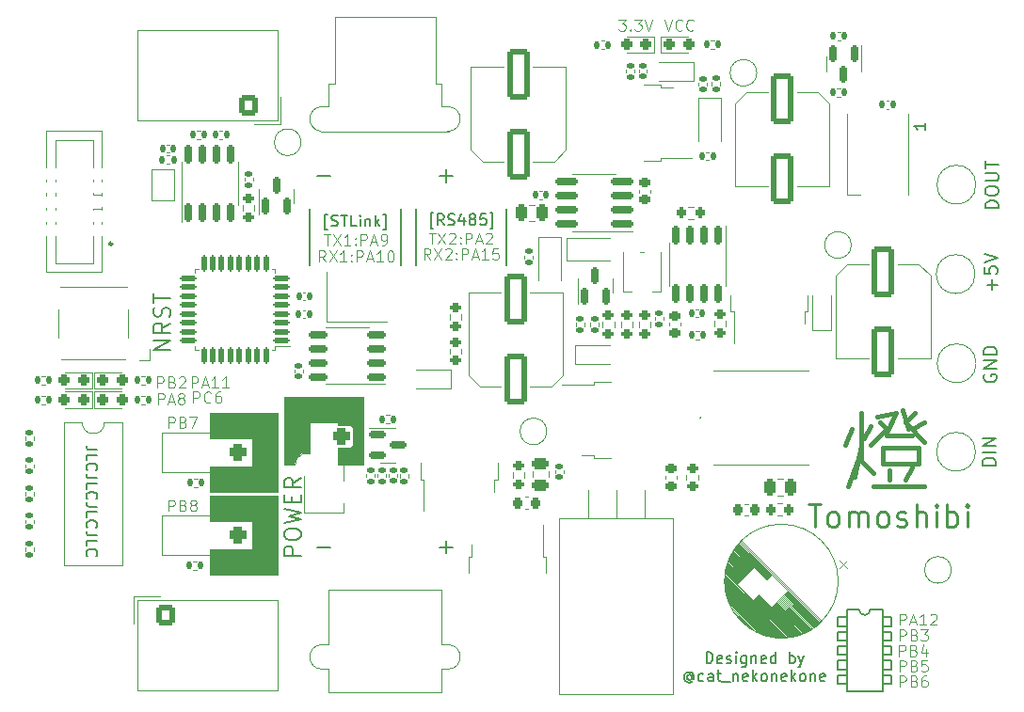
<source format=gbr>
%TF.GenerationSoftware,KiCad,Pcbnew,(6.0.11)*%
%TF.CreationDate,2024-02-29T08:22:58+09:00*%
%TF.ProjectId,Panel,50616e65-6c2e-46b6-9963-61645f706362,rev?*%
%TF.SameCoordinates,Original*%
%TF.FileFunction,Legend,Top*%
%TF.FilePolarity,Positive*%
%FSLAX46Y46*%
G04 Gerber Fmt 4.6, Leading zero omitted, Abs format (unit mm)*
G04 Created by KiCad (PCBNEW (6.0.11)) date 2024-02-29 08:22:58*
%MOMM*%
%LPD*%
G01*
G04 APERTURE LIST*
G04 Aperture macros list*
%AMRoundRect*
0 Rectangle with rounded corners*
0 $1 Rounding radius*
0 $2 $3 $4 $5 $6 $7 $8 $9 X,Y pos of 4 corners*
0 Add a 4 corners polygon primitive as box body*
4,1,4,$2,$3,$4,$5,$6,$7,$8,$9,$2,$3,0*
0 Add four circle primitives for the rounded corners*
1,1,$1+$1,$2,$3*
1,1,$1+$1,$4,$5*
1,1,$1+$1,$6,$7*
1,1,$1+$1,$8,$9*
0 Add four rect primitives between the rounded corners*
20,1,$1+$1,$2,$3,$4,$5,0*
20,1,$1+$1,$4,$5,$6,$7,0*
20,1,$1+$1,$6,$7,$8,$9,0*
20,1,$1+$1,$8,$9,$2,$3,0*%
%AMRotRect*
0 Rectangle, with rotation*
0 The origin of the aperture is its center*
0 $1 length*
0 $2 width*
0 $3 Rotation angle, in degrees counterclockwise*
0 Add horizontal line*
21,1,$1,$2,0,0,$3*%
%AMFreePoly0*
4,1,6,1.000000,0.000000,0.500000,-0.750000,-0.500000,-0.750000,-0.500000,0.750000,0.500000,0.750000,1.000000,0.000000,1.000000,0.000000,$1*%
%AMFreePoly1*
4,1,6,0.500000,-0.750000,-0.650000,-0.750000,-0.150000,0.000000,-0.650000,0.750000,0.500000,0.750000,0.500000,-0.750000,0.500000,-0.750000,$1*%
G04 Aperture macros list end*
%ADD10C,0.150000*%
%ADD11C,0.120000*%
%ADD12C,0.130000*%
%ADD13C,0.200000*%
%ADD14C,0.160000*%
%ADD15C,0.400000*%
%ADD16C,0.230000*%
%ADD17C,0.283607*%
%ADD18C,0.100000*%
%ADD19RoundRect,0.200000X0.275000X-0.200000X0.275000X0.200000X-0.275000X0.200000X-0.275000X-0.200000X0*%
%ADD20RoundRect,0.237500X0.287500X0.237500X-0.287500X0.237500X-0.287500X-0.237500X0.287500X-0.237500X0*%
%ADD21R,0.900000X1.200000*%
%ADD22R,0.900000X1.500000*%
%ADD23R,1.200000X2.200000*%
%ADD24R,5.800000X6.400000*%
%ADD25RoundRect,0.135000X0.135000X0.185000X-0.135000X0.185000X-0.135000X-0.185000X0.135000X-0.185000X0*%
%ADD26C,2.000000*%
%ADD27RoundRect,0.381000X-0.381000X0.381000X-0.381000X-0.381000X0.381000X-0.381000X0.381000X0.381000X0*%
%ADD28C,1.524000*%
%ADD29RoundRect,0.135000X-0.135000X-0.185000X0.135000X-0.185000X0.135000X0.185000X-0.135000X0.185000X0*%
%ADD30FreePoly0,90.000000*%
%ADD31FreePoly1,90.000000*%
%ADD32RoundRect,0.135000X0.185000X-0.135000X0.185000X0.135000X-0.185000X0.135000X-0.185000X-0.135000X0*%
%ADD33RoundRect,0.140000X-0.140000X-0.170000X0.140000X-0.170000X0.140000X0.170000X-0.140000X0.170000X0*%
%ADD34RoundRect,0.250001X-0.799999X1.999999X-0.799999X-1.999999X0.799999X-1.999999X0.799999X1.999999X0*%
%ADD35RoundRect,0.150000X0.150000X-0.587500X0.150000X0.587500X-0.150000X0.587500X-0.150000X-0.587500X0*%
%ADD36R,2.100000X1.800000*%
%ADD37RoundRect,0.125000X0.625000X0.125000X-0.625000X0.125000X-0.625000X-0.125000X0.625000X-0.125000X0*%
%ADD38RoundRect,0.125000X0.125000X0.625000X-0.125000X0.625000X-0.125000X-0.625000X0.125000X-0.625000X0*%
%ADD39RoundRect,0.225000X-0.225000X-0.250000X0.225000X-0.250000X0.225000X0.250000X-0.225000X0.250000X0*%
%ADD40R,3.250000X0.740000*%
%ADD41R,1.000000X1.000000*%
%ADD42C,3.000000*%
%ADD43RoundRect,0.140000X0.170000X-0.140000X0.170000X0.140000X-0.170000X0.140000X-0.170000X-0.140000X0*%
%ADD44RoundRect,0.200000X-0.275000X0.200000X-0.275000X-0.200000X0.275000X-0.200000X0.275000X0.200000X0*%
%ADD45RoundRect,0.250001X0.799999X-1.999999X0.799999X1.999999X-0.799999X1.999999X-0.799999X-1.999999X0*%
%ADD46RoundRect,0.250000X0.250000X0.475000X-0.250000X0.475000X-0.250000X-0.475000X0.250000X-0.475000X0*%
%ADD47R,2.200000X1.200000*%
%ADD48R,6.400000X5.800000*%
%ADD49R,1.600000X1.600000*%
%ADD50O,1.600000X1.600000*%
%ADD51RoundRect,0.150000X0.675000X0.150000X-0.675000X0.150000X-0.675000X-0.150000X0.675000X-0.150000X0*%
%ADD52RoundRect,0.225000X0.250000X-0.225000X0.250000X0.225000X-0.250000X0.225000X-0.250000X-0.225000X0*%
%ADD53RoundRect,0.381000X-0.381000X-0.381000X0.381000X-0.381000X0.381000X0.381000X-0.381000X0.381000X0*%
%ADD54RoundRect,0.150000X-0.150000X0.675000X-0.150000X-0.675000X0.150000X-0.675000X0.150000X0.675000X0*%
%ADD55RoundRect,0.250000X0.600000X0.675000X-0.600000X0.675000X-0.600000X-0.675000X0.600000X-0.675000X0*%
%ADD56O,1.700000X1.850000*%
%ADD57RoundRect,0.237500X-0.287500X-0.237500X0.287500X-0.237500X0.287500X0.237500X-0.287500X0.237500X0*%
%ADD58RoundRect,0.225000X-0.250000X0.225000X-0.250000X-0.225000X0.250000X-0.225000X0.250000X0.225000X0*%
%ADD59RoundRect,0.150000X0.825000X0.150000X-0.825000X0.150000X-0.825000X-0.150000X0.825000X-0.150000X0*%
%ADD60RoundRect,0.225000X0.225000X0.250000X-0.225000X0.250000X-0.225000X-0.250000X0.225000X-0.250000X0*%
%ADD61R,1.150000X1.500000*%
%ADD62R,1.500000X1.500000*%
%ADD63RoundRect,0.140000X0.140000X0.170000X-0.140000X0.170000X-0.140000X-0.170000X0.140000X-0.170000X0*%
%ADD64O,3.500000X3.500000*%
%ADD65R,1.905000X2.000000*%
%ADD66O,1.905000X2.000000*%
%ADD67RoundRect,0.150000X-0.587500X-0.150000X0.587500X-0.150000X0.587500X0.150000X-0.587500X0.150000X0*%
%ADD68RoundRect,0.150000X-0.150000X0.587500X-0.150000X-0.587500X0.150000X-0.587500X0.150000X0.587500X0*%
%ADD69RoundRect,0.200000X-0.200000X-0.275000X0.200000X-0.275000X0.200000X0.275000X-0.200000X0.275000X0*%
%ADD70R,2.413000X5.334000*%
%ADD71RoundRect,0.150000X0.150000X-0.675000X0.150000X0.675000X-0.150000X0.675000X-0.150000X-0.675000X0*%
%ADD72R,1.600000X1.400000*%
%ADD73C,1.400000*%
%ADD74R,3.500000X3.500000*%
%ADD75C,3.500000*%
%ADD76RotRect,1.600000X1.600000X225.000000*%
%ADD77C,1.600000*%
%ADD78RoundRect,0.250000X-0.475000X0.250000X-0.475000X-0.250000X0.475000X-0.250000X0.475000X0.250000X0*%
%ADD79RoundRect,0.250000X-0.600000X-0.675000X0.600000X-0.675000X0.600000X0.675000X-0.600000X0.675000X0*%
%ADD80RoundRect,0.200000X0.200000X0.275000X-0.200000X0.275000X-0.200000X-0.275000X0.200000X-0.275000X0*%
%ADD81R,1.200000X0.900000*%
%ADD82RoundRect,0.135000X-0.185000X0.135000X-0.185000X-0.135000X0.185000X-0.135000X0.185000X0.135000X0*%
G04 APERTURE END LIST*
D10*
X157220000Y-103360000D02*
X157220000Y-110760000D01*
X158020000Y-110060000D02*
X157220000Y-110060000D01*
X157220000Y-110060000D02*
X157220000Y-109260000D01*
X157220000Y-109260000D02*
X158020000Y-109260000D01*
X158020000Y-109260000D02*
X158020000Y-110060000D01*
X155120000Y-103360000D02*
G75*
G03*
X156120000Y-103360000I500000J0D01*
G01*
X154020000Y-110060000D02*
X153220000Y-110060000D01*
X153220000Y-110060000D02*
X153220000Y-109260000D01*
X153220000Y-109260000D02*
X154020000Y-109260000D01*
X154020000Y-109260000D02*
X154020000Y-110060000D01*
X115220000Y-67310000D02*
X115220000Y-72410000D01*
X158020000Y-107460000D02*
X157220000Y-107460000D01*
X157220000Y-107460000D02*
X157220000Y-106660000D01*
X157220000Y-106660000D02*
X158020000Y-106660000D01*
X158020000Y-106660000D02*
X158020000Y-107460000D01*
X158020000Y-106160000D02*
X157220000Y-106160000D01*
X157220000Y-106160000D02*
X157220000Y-105360000D01*
X157220000Y-105360000D02*
X158020000Y-105360000D01*
X158020000Y-105360000D02*
X158020000Y-106160000D01*
X154020000Y-103360000D02*
X155120000Y-103360000D01*
X158020000Y-104860000D02*
X157220000Y-104860000D01*
X157220000Y-104860000D02*
X157220000Y-104060000D01*
X157220000Y-104060000D02*
X158020000Y-104060000D01*
X158020000Y-104060000D02*
X158020000Y-104860000D01*
X123420000Y-67310000D02*
X123420000Y-72410000D01*
X154020000Y-110760000D02*
X157220000Y-110760000D01*
X154020000Y-104860000D02*
X153220000Y-104860000D01*
X153220000Y-104860000D02*
X153220000Y-104060000D01*
X153220000Y-104060000D02*
X154020000Y-104060000D01*
X154020000Y-104060000D02*
X154020000Y-104860000D01*
X113920000Y-67310000D02*
X113920000Y-72410000D01*
X154020000Y-106160000D02*
X153220000Y-106160000D01*
X153220000Y-106160000D02*
X153220000Y-105360000D01*
X153220000Y-105360000D02*
X154020000Y-105360000D01*
X154020000Y-105360000D02*
X154020000Y-106160000D01*
X158020000Y-108760000D02*
X157220000Y-108760000D01*
X157220000Y-108760000D02*
X157220000Y-107960000D01*
X157220000Y-107960000D02*
X158020000Y-107960000D01*
X158020000Y-107960000D02*
X158020000Y-108760000D01*
X154020000Y-108760000D02*
X153220000Y-108760000D01*
X153220000Y-108760000D02*
X153220000Y-107960000D01*
X153220000Y-107960000D02*
X154020000Y-107960000D01*
X154020000Y-107960000D02*
X154020000Y-108760000D01*
X156120000Y-103360000D02*
X157220000Y-103360000D01*
X105720000Y-67310000D02*
X105720000Y-72410000D01*
X154020000Y-107460000D02*
X153220000Y-107460000D01*
X153220000Y-107460000D02*
X153220000Y-106660000D01*
X153220000Y-106660000D02*
X154020000Y-106660000D01*
X154020000Y-106660000D02*
X154020000Y-107460000D01*
X154020000Y-103360000D02*
X154020000Y-110760000D01*
D11*
X116439047Y-69462380D02*
X117010476Y-69462380D01*
X116724761Y-70462380D02*
X116724761Y-69462380D01*
X117248571Y-69462380D02*
X117915238Y-70462380D01*
X117915238Y-69462380D02*
X117248571Y-70462380D01*
X118248571Y-69557619D02*
X118296190Y-69510000D01*
X118391428Y-69462380D01*
X118629523Y-69462380D01*
X118724761Y-69510000D01*
X118772380Y-69557619D01*
X118820000Y-69652857D01*
X118820000Y-69748095D01*
X118772380Y-69890952D01*
X118200952Y-70462380D01*
X118820000Y-70462380D01*
X119248571Y-70367142D02*
X119296190Y-70414761D01*
X119248571Y-70462380D01*
X119200952Y-70414761D01*
X119248571Y-70367142D01*
X119248571Y-70462380D01*
X119248571Y-69843333D02*
X119296190Y-69890952D01*
X119248571Y-69938571D01*
X119200952Y-69890952D01*
X119248571Y-69843333D01*
X119248571Y-69938571D01*
X119724761Y-70462380D02*
X119724761Y-69462380D01*
X120105714Y-69462380D01*
X120200952Y-69510000D01*
X120248571Y-69557619D01*
X120296190Y-69652857D01*
X120296190Y-69795714D01*
X120248571Y-69890952D01*
X120200952Y-69938571D01*
X120105714Y-69986190D01*
X119724761Y-69986190D01*
X120677142Y-70176666D02*
X121153333Y-70176666D01*
X120581904Y-70462380D02*
X120915238Y-69462380D01*
X121248571Y-70462380D01*
X121534285Y-69557619D02*
X121581904Y-69510000D01*
X121677142Y-69462380D01*
X121915238Y-69462380D01*
X122010476Y-69510000D01*
X122058095Y-69557619D01*
X122105714Y-69652857D01*
X122105714Y-69748095D01*
X122058095Y-69890952D01*
X121486666Y-70462380D01*
X122105714Y-70462380D01*
X95231904Y-84762380D02*
X95231904Y-83762380D01*
X95612857Y-83762380D01*
X95708095Y-83810000D01*
X95755714Y-83857619D01*
X95803333Y-83952857D01*
X95803333Y-84095714D01*
X95755714Y-84190952D01*
X95708095Y-84238571D01*
X95612857Y-84286190D01*
X95231904Y-84286190D01*
X96803333Y-84667142D02*
X96755714Y-84714761D01*
X96612857Y-84762380D01*
X96517619Y-84762380D01*
X96374761Y-84714761D01*
X96279523Y-84619523D01*
X96231904Y-84524285D01*
X96184285Y-84333809D01*
X96184285Y-84190952D01*
X96231904Y-84000476D01*
X96279523Y-83905238D01*
X96374761Y-83810000D01*
X96517619Y-83762380D01*
X96612857Y-83762380D01*
X96755714Y-83810000D01*
X96803333Y-83857619D01*
X97660476Y-83762380D02*
X97470000Y-83762380D01*
X97374761Y-83810000D01*
X97327142Y-83857619D01*
X97231904Y-84000476D01*
X97184285Y-84190952D01*
X97184285Y-84571904D01*
X97231904Y-84667142D01*
X97279523Y-84714761D01*
X97374761Y-84762380D01*
X97565238Y-84762380D01*
X97660476Y-84714761D01*
X97708095Y-84667142D01*
X97755714Y-84571904D01*
X97755714Y-84333809D01*
X97708095Y-84238571D01*
X97660476Y-84190952D01*
X97565238Y-84143333D01*
X97374761Y-84143333D01*
X97279523Y-84190952D01*
X97231904Y-84238571D01*
X97184285Y-84333809D01*
D12*
X141386666Y-108207380D02*
X141386666Y-107207380D01*
X141624761Y-107207380D01*
X141767619Y-107255000D01*
X141862857Y-107350238D01*
X141910476Y-107445476D01*
X141958095Y-107635952D01*
X141958095Y-107778809D01*
X141910476Y-107969285D01*
X141862857Y-108064523D01*
X141767619Y-108159761D01*
X141624761Y-108207380D01*
X141386666Y-108207380D01*
X142767619Y-108159761D02*
X142672380Y-108207380D01*
X142481904Y-108207380D01*
X142386666Y-108159761D01*
X142339047Y-108064523D01*
X142339047Y-107683571D01*
X142386666Y-107588333D01*
X142481904Y-107540714D01*
X142672380Y-107540714D01*
X142767619Y-107588333D01*
X142815238Y-107683571D01*
X142815238Y-107778809D01*
X142339047Y-107874047D01*
X143196190Y-108159761D02*
X143291428Y-108207380D01*
X143481904Y-108207380D01*
X143577142Y-108159761D01*
X143624761Y-108064523D01*
X143624761Y-108016904D01*
X143577142Y-107921666D01*
X143481904Y-107874047D01*
X143339047Y-107874047D01*
X143243809Y-107826428D01*
X143196190Y-107731190D01*
X143196190Y-107683571D01*
X143243809Y-107588333D01*
X143339047Y-107540714D01*
X143481904Y-107540714D01*
X143577142Y-107588333D01*
X144053333Y-108207380D02*
X144053333Y-107540714D01*
X144053333Y-107207380D02*
X144005714Y-107255000D01*
X144053333Y-107302619D01*
X144100952Y-107255000D01*
X144053333Y-107207380D01*
X144053333Y-107302619D01*
X144958095Y-107540714D02*
X144958095Y-108350238D01*
X144910476Y-108445476D01*
X144862857Y-108493095D01*
X144767619Y-108540714D01*
X144624761Y-108540714D01*
X144529523Y-108493095D01*
X144958095Y-108159761D02*
X144862857Y-108207380D01*
X144672380Y-108207380D01*
X144577142Y-108159761D01*
X144529523Y-108112142D01*
X144481904Y-108016904D01*
X144481904Y-107731190D01*
X144529523Y-107635952D01*
X144577142Y-107588333D01*
X144672380Y-107540714D01*
X144862857Y-107540714D01*
X144958095Y-107588333D01*
X145434285Y-107540714D02*
X145434285Y-108207380D01*
X145434285Y-107635952D02*
X145481904Y-107588333D01*
X145577142Y-107540714D01*
X145720000Y-107540714D01*
X145815238Y-107588333D01*
X145862857Y-107683571D01*
X145862857Y-108207380D01*
X146720000Y-108159761D02*
X146624761Y-108207380D01*
X146434285Y-108207380D01*
X146339047Y-108159761D01*
X146291428Y-108064523D01*
X146291428Y-107683571D01*
X146339047Y-107588333D01*
X146434285Y-107540714D01*
X146624761Y-107540714D01*
X146720000Y-107588333D01*
X146767619Y-107683571D01*
X146767619Y-107778809D01*
X146291428Y-107874047D01*
X147624761Y-108207380D02*
X147624761Y-107207380D01*
X147624761Y-108159761D02*
X147529523Y-108207380D01*
X147339047Y-108207380D01*
X147243809Y-108159761D01*
X147196190Y-108112142D01*
X147148571Y-108016904D01*
X147148571Y-107731190D01*
X147196190Y-107635952D01*
X147243809Y-107588333D01*
X147339047Y-107540714D01*
X147529523Y-107540714D01*
X147624761Y-107588333D01*
X148862857Y-108207380D02*
X148862857Y-107207380D01*
X148862857Y-107588333D02*
X148958095Y-107540714D01*
X149148571Y-107540714D01*
X149243809Y-107588333D01*
X149291428Y-107635952D01*
X149339047Y-107731190D01*
X149339047Y-108016904D01*
X149291428Y-108112142D01*
X149243809Y-108159761D01*
X149148571Y-108207380D01*
X148958095Y-108207380D01*
X148862857Y-108159761D01*
X149672380Y-107540714D02*
X149910476Y-108207380D01*
X150148571Y-107540714D02*
X149910476Y-108207380D01*
X149815238Y-108445476D01*
X149767619Y-108493095D01*
X149672380Y-108540714D01*
X140029523Y-109341190D02*
X139981904Y-109293571D01*
X139886666Y-109245952D01*
X139791428Y-109245952D01*
X139696190Y-109293571D01*
X139648571Y-109341190D01*
X139600952Y-109436428D01*
X139600952Y-109531666D01*
X139648571Y-109626904D01*
X139696190Y-109674523D01*
X139791428Y-109722142D01*
X139886666Y-109722142D01*
X139981904Y-109674523D01*
X140029523Y-109626904D01*
X140029523Y-109245952D02*
X140029523Y-109626904D01*
X140077142Y-109674523D01*
X140124761Y-109674523D01*
X140220000Y-109626904D01*
X140267619Y-109531666D01*
X140267619Y-109293571D01*
X140172380Y-109150714D01*
X140029523Y-109055476D01*
X139839047Y-109007857D01*
X139648571Y-109055476D01*
X139505714Y-109150714D01*
X139410476Y-109293571D01*
X139362857Y-109484047D01*
X139410476Y-109674523D01*
X139505714Y-109817380D01*
X139648571Y-109912619D01*
X139839047Y-109960238D01*
X140029523Y-109912619D01*
X140172380Y-109817380D01*
X141124761Y-109769761D02*
X141029523Y-109817380D01*
X140839047Y-109817380D01*
X140743809Y-109769761D01*
X140696190Y-109722142D01*
X140648571Y-109626904D01*
X140648571Y-109341190D01*
X140696190Y-109245952D01*
X140743809Y-109198333D01*
X140839047Y-109150714D01*
X141029523Y-109150714D01*
X141124761Y-109198333D01*
X141981904Y-109817380D02*
X141981904Y-109293571D01*
X141934285Y-109198333D01*
X141839047Y-109150714D01*
X141648571Y-109150714D01*
X141553333Y-109198333D01*
X141981904Y-109769761D02*
X141886666Y-109817380D01*
X141648571Y-109817380D01*
X141553333Y-109769761D01*
X141505714Y-109674523D01*
X141505714Y-109579285D01*
X141553333Y-109484047D01*
X141648571Y-109436428D01*
X141886666Y-109436428D01*
X141981904Y-109388809D01*
X142315238Y-109150714D02*
X142696190Y-109150714D01*
X142458095Y-108817380D02*
X142458095Y-109674523D01*
X142505714Y-109769761D01*
X142600952Y-109817380D01*
X142696190Y-109817380D01*
X142791428Y-109912619D02*
X143553333Y-109912619D01*
X143791428Y-109150714D02*
X143791428Y-109817380D01*
X143791428Y-109245952D02*
X143839047Y-109198333D01*
X143934285Y-109150714D01*
X144077142Y-109150714D01*
X144172380Y-109198333D01*
X144220000Y-109293571D01*
X144220000Y-109817380D01*
X145077142Y-109769761D02*
X144981904Y-109817380D01*
X144791428Y-109817380D01*
X144696190Y-109769761D01*
X144648571Y-109674523D01*
X144648571Y-109293571D01*
X144696190Y-109198333D01*
X144791428Y-109150714D01*
X144981904Y-109150714D01*
X145077142Y-109198333D01*
X145124761Y-109293571D01*
X145124761Y-109388809D01*
X144648571Y-109484047D01*
X145553333Y-109817380D02*
X145553333Y-108817380D01*
X145648571Y-109436428D02*
X145934285Y-109817380D01*
X145934285Y-109150714D02*
X145553333Y-109531666D01*
X146505714Y-109817380D02*
X146410476Y-109769761D01*
X146362857Y-109722142D01*
X146315238Y-109626904D01*
X146315238Y-109341190D01*
X146362857Y-109245952D01*
X146410476Y-109198333D01*
X146505714Y-109150714D01*
X146648571Y-109150714D01*
X146743809Y-109198333D01*
X146791428Y-109245952D01*
X146839047Y-109341190D01*
X146839047Y-109626904D01*
X146791428Y-109722142D01*
X146743809Y-109769761D01*
X146648571Y-109817380D01*
X146505714Y-109817380D01*
X147267619Y-109150714D02*
X147267619Y-109817380D01*
X147267619Y-109245952D02*
X147315238Y-109198333D01*
X147410476Y-109150714D01*
X147553333Y-109150714D01*
X147648571Y-109198333D01*
X147696190Y-109293571D01*
X147696190Y-109817380D01*
X148553333Y-109769761D02*
X148458095Y-109817380D01*
X148267619Y-109817380D01*
X148172380Y-109769761D01*
X148124761Y-109674523D01*
X148124761Y-109293571D01*
X148172380Y-109198333D01*
X148267619Y-109150714D01*
X148458095Y-109150714D01*
X148553333Y-109198333D01*
X148600952Y-109293571D01*
X148600952Y-109388809D01*
X148124761Y-109484047D01*
X149029523Y-109817380D02*
X149029523Y-108817380D01*
X149124761Y-109436428D02*
X149410476Y-109817380D01*
X149410476Y-109150714D02*
X149029523Y-109531666D01*
X149981904Y-109817380D02*
X149886666Y-109769761D01*
X149839047Y-109722142D01*
X149791428Y-109626904D01*
X149791428Y-109341190D01*
X149839047Y-109245952D01*
X149886666Y-109198333D01*
X149981904Y-109150714D01*
X150124761Y-109150714D01*
X150220000Y-109198333D01*
X150267619Y-109245952D01*
X150315238Y-109341190D01*
X150315238Y-109626904D01*
X150267619Y-109722142D01*
X150220000Y-109769761D01*
X150124761Y-109817380D01*
X149981904Y-109817380D01*
X150743809Y-109150714D02*
X150743809Y-109817380D01*
X150743809Y-109245952D02*
X150791428Y-109198333D01*
X150886666Y-109150714D01*
X151029523Y-109150714D01*
X151124761Y-109198333D01*
X151172380Y-109293571D01*
X151172380Y-109817380D01*
X152029523Y-109769761D02*
X151934285Y-109817380D01*
X151743809Y-109817380D01*
X151648571Y-109769761D01*
X151600952Y-109674523D01*
X151600952Y-109293571D01*
X151648571Y-109198333D01*
X151743809Y-109150714D01*
X151934285Y-109150714D01*
X152029523Y-109198333D01*
X152077142Y-109293571D01*
X152077142Y-109388809D01*
X151600952Y-109484047D01*
D11*
X158731904Y-107562380D02*
X158731904Y-106562380D01*
X159112857Y-106562380D01*
X159208095Y-106610000D01*
X159255714Y-106657619D01*
X159303333Y-106752857D01*
X159303333Y-106895714D01*
X159255714Y-106990952D01*
X159208095Y-107038571D01*
X159112857Y-107086190D01*
X158731904Y-107086190D01*
X160065238Y-107038571D02*
X160208095Y-107086190D01*
X160255714Y-107133809D01*
X160303333Y-107229047D01*
X160303333Y-107371904D01*
X160255714Y-107467142D01*
X160208095Y-107514761D01*
X160112857Y-107562380D01*
X159731904Y-107562380D01*
X159731904Y-106562380D01*
X160065238Y-106562380D01*
X160160476Y-106610000D01*
X160208095Y-106657619D01*
X160255714Y-106752857D01*
X160255714Y-106848095D01*
X160208095Y-106943333D01*
X160160476Y-106990952D01*
X160065238Y-107038571D01*
X159731904Y-107038571D01*
X161160476Y-106895714D02*
X161160476Y-107562380D01*
X160922380Y-106514761D02*
X160684285Y-107229047D01*
X161303333Y-107229047D01*
X91981904Y-83412380D02*
X91981904Y-82412380D01*
X92362857Y-82412380D01*
X92458095Y-82460000D01*
X92505714Y-82507619D01*
X92553333Y-82602857D01*
X92553333Y-82745714D01*
X92505714Y-82840952D01*
X92458095Y-82888571D01*
X92362857Y-82936190D01*
X91981904Y-82936190D01*
X93315238Y-82888571D02*
X93458095Y-82936190D01*
X93505714Y-82983809D01*
X93553333Y-83079047D01*
X93553333Y-83221904D01*
X93505714Y-83317142D01*
X93458095Y-83364761D01*
X93362857Y-83412380D01*
X92981904Y-83412380D01*
X92981904Y-82412380D01*
X93315238Y-82412380D01*
X93410476Y-82460000D01*
X93458095Y-82507619D01*
X93505714Y-82602857D01*
X93505714Y-82698095D01*
X93458095Y-82793333D01*
X93410476Y-82840952D01*
X93315238Y-82888571D01*
X92981904Y-82888571D01*
X93934285Y-82507619D02*
X93981904Y-82460000D01*
X94077142Y-82412380D01*
X94315238Y-82412380D01*
X94410476Y-82460000D01*
X94458095Y-82507619D01*
X94505714Y-82602857D01*
X94505714Y-82698095D01*
X94458095Y-82840952D01*
X93886666Y-83412380D01*
X94505714Y-83412380D01*
D13*
X93148571Y-80024285D02*
X91648571Y-80024285D01*
X93148571Y-79167142D01*
X91648571Y-79167142D01*
X93148571Y-77595714D02*
X92434285Y-78095714D01*
X93148571Y-78452857D02*
X91648571Y-78452857D01*
X91648571Y-77881428D01*
X91720000Y-77738571D01*
X91791428Y-77667142D01*
X91934285Y-77595714D01*
X92148571Y-77595714D01*
X92291428Y-77667142D01*
X92362857Y-77738571D01*
X92434285Y-77881428D01*
X92434285Y-78452857D01*
X93077142Y-77024285D02*
X93148571Y-76810000D01*
X93148571Y-76452857D01*
X93077142Y-76310000D01*
X93005714Y-76238571D01*
X92862857Y-76167142D01*
X92720000Y-76167142D01*
X92577142Y-76238571D01*
X92505714Y-76310000D01*
X92434285Y-76452857D01*
X92362857Y-76738571D01*
X92291428Y-76881428D01*
X92220000Y-76952857D01*
X92077142Y-77024285D01*
X91934285Y-77024285D01*
X91791428Y-76952857D01*
X91720000Y-76881428D01*
X91648571Y-76738571D01*
X91648571Y-76381428D01*
X91720000Y-76167142D01*
X91648571Y-75738571D02*
X91648571Y-74881428D01*
X93148571Y-75310000D02*
X91648571Y-75310000D01*
D11*
X158756904Y-106187380D02*
X158756904Y-105187380D01*
X159137857Y-105187380D01*
X159233095Y-105235000D01*
X159280714Y-105282619D01*
X159328333Y-105377857D01*
X159328333Y-105520714D01*
X159280714Y-105615952D01*
X159233095Y-105663571D01*
X159137857Y-105711190D01*
X158756904Y-105711190D01*
X160090238Y-105663571D02*
X160233095Y-105711190D01*
X160280714Y-105758809D01*
X160328333Y-105854047D01*
X160328333Y-105996904D01*
X160280714Y-106092142D01*
X160233095Y-106139761D01*
X160137857Y-106187380D01*
X159756904Y-106187380D01*
X159756904Y-105187380D01*
X160090238Y-105187380D01*
X160185476Y-105235000D01*
X160233095Y-105282619D01*
X160280714Y-105377857D01*
X160280714Y-105473095D01*
X160233095Y-105568333D01*
X160185476Y-105615952D01*
X160090238Y-105663571D01*
X159756904Y-105663571D01*
X160661666Y-105187380D02*
X161280714Y-105187380D01*
X160947380Y-105568333D01*
X161090238Y-105568333D01*
X161185476Y-105615952D01*
X161233095Y-105663571D01*
X161280714Y-105758809D01*
X161280714Y-105996904D01*
X161233095Y-106092142D01*
X161185476Y-106139761D01*
X161090238Y-106187380D01*
X160804523Y-106187380D01*
X160709285Y-106139761D01*
X160661666Y-106092142D01*
X92981904Y-94512380D02*
X92981904Y-93512380D01*
X93362857Y-93512380D01*
X93458095Y-93560000D01*
X93505714Y-93607619D01*
X93553333Y-93702857D01*
X93553333Y-93845714D01*
X93505714Y-93940952D01*
X93458095Y-93988571D01*
X93362857Y-94036190D01*
X92981904Y-94036190D01*
X94315238Y-93988571D02*
X94458095Y-94036190D01*
X94505714Y-94083809D01*
X94553333Y-94179047D01*
X94553333Y-94321904D01*
X94505714Y-94417142D01*
X94458095Y-94464761D01*
X94362857Y-94512380D01*
X93981904Y-94512380D01*
X93981904Y-93512380D01*
X94315238Y-93512380D01*
X94410476Y-93560000D01*
X94458095Y-93607619D01*
X94505714Y-93702857D01*
X94505714Y-93798095D01*
X94458095Y-93893333D01*
X94410476Y-93940952D01*
X94315238Y-93988571D01*
X93981904Y-93988571D01*
X95124761Y-93940952D02*
X95029523Y-93893333D01*
X94981904Y-93845714D01*
X94934285Y-93750476D01*
X94934285Y-93702857D01*
X94981904Y-93607619D01*
X95029523Y-93560000D01*
X95124761Y-93512380D01*
X95315238Y-93512380D01*
X95410476Y-93560000D01*
X95458095Y-93607619D01*
X95505714Y-93702857D01*
X95505714Y-93750476D01*
X95458095Y-93845714D01*
X95410476Y-93893333D01*
X95315238Y-93940952D01*
X95124761Y-93940952D01*
X95029523Y-93988571D01*
X94981904Y-94036190D01*
X94934285Y-94131428D01*
X94934285Y-94321904D01*
X94981904Y-94417142D01*
X95029523Y-94464761D01*
X95124761Y-94512380D01*
X95315238Y-94512380D01*
X95410476Y-94464761D01*
X95458095Y-94417142D01*
X95505714Y-94321904D01*
X95505714Y-94131428D01*
X95458095Y-94036190D01*
X95410476Y-93988571D01*
X95315238Y-93940952D01*
X158756904Y-108937380D02*
X158756904Y-107937380D01*
X159137857Y-107937380D01*
X159233095Y-107985000D01*
X159280714Y-108032619D01*
X159328333Y-108127857D01*
X159328333Y-108270714D01*
X159280714Y-108365952D01*
X159233095Y-108413571D01*
X159137857Y-108461190D01*
X158756904Y-108461190D01*
X160090238Y-108413571D02*
X160233095Y-108461190D01*
X160280714Y-108508809D01*
X160328333Y-108604047D01*
X160328333Y-108746904D01*
X160280714Y-108842142D01*
X160233095Y-108889761D01*
X160137857Y-108937380D01*
X159756904Y-108937380D01*
X159756904Y-107937380D01*
X160090238Y-107937380D01*
X160185476Y-107985000D01*
X160233095Y-108032619D01*
X160280714Y-108127857D01*
X160280714Y-108223095D01*
X160233095Y-108318333D01*
X160185476Y-108365952D01*
X160090238Y-108413571D01*
X159756904Y-108413571D01*
X161233095Y-107937380D02*
X160756904Y-107937380D01*
X160709285Y-108413571D01*
X160756904Y-108365952D01*
X160852142Y-108318333D01*
X161090238Y-108318333D01*
X161185476Y-108365952D01*
X161233095Y-108413571D01*
X161280714Y-108508809D01*
X161280714Y-108746904D01*
X161233095Y-108842142D01*
X161185476Y-108889761D01*
X161090238Y-108937380D01*
X160852142Y-108937380D01*
X160756904Y-108889761D01*
X160709285Y-108842142D01*
X158756904Y-110337380D02*
X158756904Y-109337380D01*
X159137857Y-109337380D01*
X159233095Y-109385000D01*
X159280714Y-109432619D01*
X159328333Y-109527857D01*
X159328333Y-109670714D01*
X159280714Y-109765952D01*
X159233095Y-109813571D01*
X159137857Y-109861190D01*
X158756904Y-109861190D01*
X160090238Y-109813571D02*
X160233095Y-109861190D01*
X160280714Y-109908809D01*
X160328333Y-110004047D01*
X160328333Y-110146904D01*
X160280714Y-110242142D01*
X160233095Y-110289761D01*
X160137857Y-110337380D01*
X159756904Y-110337380D01*
X159756904Y-109337380D01*
X160090238Y-109337380D01*
X160185476Y-109385000D01*
X160233095Y-109432619D01*
X160280714Y-109527857D01*
X160280714Y-109623095D01*
X160233095Y-109718333D01*
X160185476Y-109765952D01*
X160090238Y-109813571D01*
X159756904Y-109813571D01*
X161185476Y-109337380D02*
X160995000Y-109337380D01*
X160899761Y-109385000D01*
X160852142Y-109432619D01*
X160756904Y-109575476D01*
X160709285Y-109765952D01*
X160709285Y-110146904D01*
X160756904Y-110242142D01*
X160804523Y-110289761D01*
X160899761Y-110337380D01*
X161090238Y-110337380D01*
X161185476Y-110289761D01*
X161233095Y-110242142D01*
X161280714Y-110146904D01*
X161280714Y-109908809D01*
X161233095Y-109813571D01*
X161185476Y-109765952D01*
X161090238Y-109718333D01*
X160899761Y-109718333D01*
X160804523Y-109765952D01*
X160756904Y-109813571D01*
X160709285Y-109908809D01*
X95077142Y-83412380D02*
X95077142Y-82412380D01*
X95458095Y-82412380D01*
X95553333Y-82460000D01*
X95600952Y-82507619D01*
X95648571Y-82602857D01*
X95648571Y-82745714D01*
X95600952Y-82840952D01*
X95553333Y-82888571D01*
X95458095Y-82936190D01*
X95077142Y-82936190D01*
X96029523Y-83126666D02*
X96505714Y-83126666D01*
X95934285Y-83412380D02*
X96267619Y-82412380D01*
X96600952Y-83412380D01*
X97458095Y-83412380D02*
X96886666Y-83412380D01*
X97172380Y-83412380D02*
X97172380Y-82412380D01*
X97077142Y-82555238D01*
X96981904Y-82650476D01*
X96886666Y-82698095D01*
X98410476Y-83412380D02*
X97839047Y-83412380D01*
X98124761Y-83412380D02*
X98124761Y-82412380D01*
X98029523Y-82555238D01*
X97934285Y-82650476D01*
X97839047Y-82698095D01*
X116558095Y-71862380D02*
X116224761Y-71386190D01*
X115986666Y-71862380D02*
X115986666Y-70862380D01*
X116367619Y-70862380D01*
X116462857Y-70910000D01*
X116510476Y-70957619D01*
X116558095Y-71052857D01*
X116558095Y-71195714D01*
X116510476Y-71290952D01*
X116462857Y-71338571D01*
X116367619Y-71386190D01*
X115986666Y-71386190D01*
X116891428Y-70862380D02*
X117558095Y-71862380D01*
X117558095Y-70862380D02*
X116891428Y-71862380D01*
X117891428Y-70957619D02*
X117939047Y-70910000D01*
X118034285Y-70862380D01*
X118272380Y-70862380D01*
X118367619Y-70910000D01*
X118415238Y-70957619D01*
X118462857Y-71052857D01*
X118462857Y-71148095D01*
X118415238Y-71290952D01*
X117843809Y-71862380D01*
X118462857Y-71862380D01*
X118891428Y-71767142D02*
X118939047Y-71814761D01*
X118891428Y-71862380D01*
X118843809Y-71814761D01*
X118891428Y-71767142D01*
X118891428Y-71862380D01*
X118891428Y-71243333D02*
X118939047Y-71290952D01*
X118891428Y-71338571D01*
X118843809Y-71290952D01*
X118891428Y-71243333D01*
X118891428Y-71338571D01*
X119367619Y-71862380D02*
X119367619Y-70862380D01*
X119748571Y-70862380D01*
X119843809Y-70910000D01*
X119891428Y-70957619D01*
X119939047Y-71052857D01*
X119939047Y-71195714D01*
X119891428Y-71290952D01*
X119843809Y-71338571D01*
X119748571Y-71386190D01*
X119367619Y-71386190D01*
X120320000Y-71576666D02*
X120796190Y-71576666D01*
X120224761Y-71862380D02*
X120558095Y-70862380D01*
X120891428Y-71862380D01*
X121748571Y-71862380D02*
X121177142Y-71862380D01*
X121462857Y-71862380D02*
X121462857Y-70862380D01*
X121367619Y-71005238D01*
X121272380Y-71100476D01*
X121177142Y-71148095D01*
X122653333Y-70862380D02*
X122177142Y-70862380D01*
X122129523Y-71338571D01*
X122177142Y-71290952D01*
X122272380Y-71243333D01*
X122510476Y-71243333D01*
X122605714Y-71290952D01*
X122653333Y-71338571D01*
X122700952Y-71433809D01*
X122700952Y-71671904D01*
X122653333Y-71767142D01*
X122605714Y-71814761D01*
X122510476Y-71862380D01*
X122272380Y-71862380D01*
X122177142Y-71814761D01*
X122129523Y-71767142D01*
D14*
X167412857Y-90388571D02*
X166212857Y-90388571D01*
X166212857Y-90102857D01*
X166270000Y-89931428D01*
X166384285Y-89817142D01*
X166498571Y-89760000D01*
X166727142Y-89702857D01*
X166898571Y-89702857D01*
X167127142Y-89760000D01*
X167241428Y-89817142D01*
X167355714Y-89931428D01*
X167412857Y-90102857D01*
X167412857Y-90388571D01*
X167412857Y-89188571D02*
X166212857Y-89188571D01*
X167412857Y-88617142D02*
X166212857Y-88617142D01*
X167412857Y-87931428D01*
X166212857Y-87931428D01*
D11*
X106989047Y-69562380D02*
X107560476Y-69562380D01*
X107274761Y-70562380D02*
X107274761Y-69562380D01*
X107798571Y-69562380D02*
X108465238Y-70562380D01*
X108465238Y-69562380D02*
X107798571Y-70562380D01*
X109370000Y-70562380D02*
X108798571Y-70562380D01*
X109084285Y-70562380D02*
X109084285Y-69562380D01*
X108989047Y-69705238D01*
X108893809Y-69800476D01*
X108798571Y-69848095D01*
X109798571Y-70467142D02*
X109846190Y-70514761D01*
X109798571Y-70562380D01*
X109750952Y-70514761D01*
X109798571Y-70467142D01*
X109798571Y-70562380D01*
X109798571Y-69943333D02*
X109846190Y-69990952D01*
X109798571Y-70038571D01*
X109750952Y-69990952D01*
X109798571Y-69943333D01*
X109798571Y-70038571D01*
X110274761Y-70562380D02*
X110274761Y-69562380D01*
X110655714Y-69562380D01*
X110750952Y-69610000D01*
X110798571Y-69657619D01*
X110846190Y-69752857D01*
X110846190Y-69895714D01*
X110798571Y-69990952D01*
X110750952Y-70038571D01*
X110655714Y-70086190D01*
X110274761Y-70086190D01*
X111227142Y-70276666D02*
X111703333Y-70276666D01*
X111131904Y-70562380D02*
X111465238Y-69562380D01*
X111798571Y-70562380D01*
X112179523Y-70562380D02*
X112370000Y-70562380D01*
X112465238Y-70514761D01*
X112512857Y-70467142D01*
X112608095Y-70324285D01*
X112655714Y-70133809D01*
X112655714Y-69752857D01*
X112608095Y-69657619D01*
X112560476Y-69610000D01*
X112465238Y-69562380D01*
X112274761Y-69562380D01*
X112179523Y-69610000D01*
X112131904Y-69657619D01*
X112084285Y-69752857D01*
X112084285Y-69990952D01*
X112131904Y-70086190D01*
X112179523Y-70133809D01*
X112274761Y-70181428D01*
X112465238Y-70181428D01*
X112560476Y-70133809D01*
X112608095Y-70086190D01*
X112655714Y-69990952D01*
X107108095Y-72062380D02*
X106774761Y-71586190D01*
X106536666Y-72062380D02*
X106536666Y-71062380D01*
X106917619Y-71062380D01*
X107012857Y-71110000D01*
X107060476Y-71157619D01*
X107108095Y-71252857D01*
X107108095Y-71395714D01*
X107060476Y-71490952D01*
X107012857Y-71538571D01*
X106917619Y-71586190D01*
X106536666Y-71586190D01*
X107441428Y-71062380D02*
X108108095Y-72062380D01*
X108108095Y-71062380D02*
X107441428Y-72062380D01*
X109012857Y-72062380D02*
X108441428Y-72062380D01*
X108727142Y-72062380D02*
X108727142Y-71062380D01*
X108631904Y-71205238D01*
X108536666Y-71300476D01*
X108441428Y-71348095D01*
X109441428Y-71967142D02*
X109489047Y-72014761D01*
X109441428Y-72062380D01*
X109393809Y-72014761D01*
X109441428Y-71967142D01*
X109441428Y-72062380D01*
X109441428Y-71443333D02*
X109489047Y-71490952D01*
X109441428Y-71538571D01*
X109393809Y-71490952D01*
X109441428Y-71443333D01*
X109441428Y-71538571D01*
X109917619Y-72062380D02*
X109917619Y-71062380D01*
X110298571Y-71062380D01*
X110393809Y-71110000D01*
X110441428Y-71157619D01*
X110489047Y-71252857D01*
X110489047Y-71395714D01*
X110441428Y-71490952D01*
X110393809Y-71538571D01*
X110298571Y-71586190D01*
X109917619Y-71586190D01*
X110870000Y-71776666D02*
X111346190Y-71776666D01*
X110774761Y-72062380D02*
X111108095Y-71062380D01*
X111441428Y-72062380D01*
X112298571Y-72062380D02*
X111727142Y-72062380D01*
X112012857Y-72062380D02*
X112012857Y-71062380D01*
X111917619Y-71205238D01*
X111822380Y-71300476D01*
X111727142Y-71348095D01*
X112917619Y-71062380D02*
X113012857Y-71062380D01*
X113108095Y-71110000D01*
X113155714Y-71157619D01*
X113203333Y-71252857D01*
X113250952Y-71443333D01*
X113250952Y-71681428D01*
X113203333Y-71871904D01*
X113155714Y-71967142D01*
X113108095Y-72014761D01*
X113012857Y-72062380D01*
X112917619Y-72062380D01*
X112822380Y-72014761D01*
X112774761Y-71967142D01*
X112727142Y-71871904D01*
X112679523Y-71681428D01*
X112679523Y-71443333D01*
X112727142Y-71252857D01*
X112774761Y-71157619D01*
X112822380Y-71110000D01*
X112917619Y-71062380D01*
X92981904Y-87012380D02*
X92981904Y-86012380D01*
X93362857Y-86012380D01*
X93458095Y-86060000D01*
X93505714Y-86107619D01*
X93553333Y-86202857D01*
X93553333Y-86345714D01*
X93505714Y-86440952D01*
X93458095Y-86488571D01*
X93362857Y-86536190D01*
X92981904Y-86536190D01*
X94315238Y-86488571D02*
X94458095Y-86536190D01*
X94505714Y-86583809D01*
X94553333Y-86679047D01*
X94553333Y-86821904D01*
X94505714Y-86917142D01*
X94458095Y-86964761D01*
X94362857Y-87012380D01*
X93981904Y-87012380D01*
X93981904Y-86012380D01*
X94315238Y-86012380D01*
X94410476Y-86060000D01*
X94458095Y-86107619D01*
X94505714Y-86202857D01*
X94505714Y-86298095D01*
X94458095Y-86393333D01*
X94410476Y-86440952D01*
X94315238Y-86488571D01*
X93981904Y-86488571D01*
X94886666Y-86012380D02*
X95553333Y-86012380D01*
X95124761Y-87012380D01*
D10*
X86597619Y-88980952D02*
X85883333Y-88980952D01*
X85740476Y-88933333D01*
X85645238Y-88838095D01*
X85597619Y-88695238D01*
X85597619Y-88600000D01*
X85597619Y-89933333D02*
X85597619Y-89457142D01*
X86597619Y-89457142D01*
X85692857Y-90838095D02*
X85645238Y-90790476D01*
X85597619Y-90647619D01*
X85597619Y-90552380D01*
X85645238Y-90409523D01*
X85740476Y-90314285D01*
X85835714Y-90266666D01*
X86026190Y-90219047D01*
X86169047Y-90219047D01*
X86359523Y-90266666D01*
X86454761Y-90314285D01*
X86550000Y-90409523D01*
X86597619Y-90552380D01*
X86597619Y-90647619D01*
X86550000Y-90790476D01*
X86502380Y-90838095D01*
X86597619Y-91552380D02*
X85883333Y-91552380D01*
X85740476Y-91504761D01*
X85645238Y-91409523D01*
X85597619Y-91266666D01*
X85597619Y-91171428D01*
X85597619Y-92504761D02*
X85597619Y-92028571D01*
X86597619Y-92028571D01*
X85692857Y-93409523D02*
X85645238Y-93361904D01*
X85597619Y-93219047D01*
X85597619Y-93123809D01*
X85645238Y-92980952D01*
X85740476Y-92885714D01*
X85835714Y-92838095D01*
X86026190Y-92790476D01*
X86169047Y-92790476D01*
X86359523Y-92838095D01*
X86454761Y-92885714D01*
X86550000Y-92980952D01*
X86597619Y-93123809D01*
X86597619Y-93219047D01*
X86550000Y-93361904D01*
X86502380Y-93409523D01*
X86597619Y-94123809D02*
X85883333Y-94123809D01*
X85740476Y-94076190D01*
X85645238Y-93980952D01*
X85597619Y-93838095D01*
X85597619Y-93742857D01*
X85597619Y-95076190D02*
X85597619Y-94600000D01*
X86597619Y-94600000D01*
X85692857Y-95980952D02*
X85645238Y-95933333D01*
X85597619Y-95790476D01*
X85597619Y-95695238D01*
X85645238Y-95552380D01*
X85740476Y-95457142D01*
X85835714Y-95409523D01*
X86026190Y-95361904D01*
X86169047Y-95361904D01*
X86359523Y-95409523D01*
X86454761Y-95457142D01*
X86550000Y-95552380D01*
X86597619Y-95695238D01*
X86597619Y-95790476D01*
X86550000Y-95933333D01*
X86502380Y-95980952D01*
X86597619Y-96695238D02*
X85883333Y-96695238D01*
X85740476Y-96647619D01*
X85645238Y-96552380D01*
X85597619Y-96409523D01*
X85597619Y-96314285D01*
X85597619Y-97647619D02*
X85597619Y-97171428D01*
X86597619Y-97171428D01*
X85692857Y-98552380D02*
X85645238Y-98504761D01*
X85597619Y-98361904D01*
X85597619Y-98266666D01*
X85645238Y-98123809D01*
X85740476Y-98028571D01*
X85835714Y-97980952D01*
X86026190Y-97933333D01*
X86169047Y-97933333D01*
X86359523Y-97980952D01*
X86454761Y-98028571D01*
X86550000Y-98123809D01*
X86597619Y-98266666D01*
X86597619Y-98361904D01*
X86550000Y-98504761D01*
X86502380Y-98552380D01*
D11*
X92053333Y-84912380D02*
X92053333Y-83912380D01*
X92434285Y-83912380D01*
X92529523Y-83960000D01*
X92577142Y-84007619D01*
X92624761Y-84102857D01*
X92624761Y-84245714D01*
X92577142Y-84340952D01*
X92529523Y-84388571D01*
X92434285Y-84436190D01*
X92053333Y-84436190D01*
X93005714Y-84626666D02*
X93481904Y-84626666D01*
X92910476Y-84912380D02*
X93243809Y-83912380D01*
X93577142Y-84912380D01*
X94053333Y-84340952D02*
X93958095Y-84293333D01*
X93910476Y-84245714D01*
X93862857Y-84150476D01*
X93862857Y-84102857D01*
X93910476Y-84007619D01*
X93958095Y-83960000D01*
X94053333Y-83912380D01*
X94243809Y-83912380D01*
X94339047Y-83960000D01*
X94386666Y-84007619D01*
X94434285Y-84102857D01*
X94434285Y-84150476D01*
X94386666Y-84245714D01*
X94339047Y-84293333D01*
X94243809Y-84340952D01*
X94053333Y-84340952D01*
X93958095Y-84388571D01*
X93910476Y-84436190D01*
X93862857Y-84531428D01*
X93862857Y-84721904D01*
X93910476Y-84817142D01*
X93958095Y-84864761D01*
X94053333Y-84912380D01*
X94243809Y-84912380D01*
X94339047Y-84864761D01*
X94386666Y-84817142D01*
X94434285Y-84721904D01*
X94434285Y-84531428D01*
X94386666Y-84436190D01*
X94339047Y-84388571D01*
X94243809Y-84340952D01*
X137636666Y-50262380D02*
X137970000Y-51262380D01*
X138303333Y-50262380D01*
X139208095Y-51167142D02*
X139160476Y-51214761D01*
X139017619Y-51262380D01*
X138922380Y-51262380D01*
X138779523Y-51214761D01*
X138684285Y-51119523D01*
X138636666Y-51024285D01*
X138589047Y-50833809D01*
X138589047Y-50690952D01*
X138636666Y-50500476D01*
X138684285Y-50405238D01*
X138779523Y-50310000D01*
X138922380Y-50262380D01*
X139017619Y-50262380D01*
X139160476Y-50310000D01*
X139208095Y-50357619D01*
X140208095Y-51167142D02*
X140160476Y-51214761D01*
X140017619Y-51262380D01*
X139922380Y-51262380D01*
X139779523Y-51214761D01*
X139684285Y-51119523D01*
X139636666Y-51024285D01*
X139589047Y-50833809D01*
X139589047Y-50690952D01*
X139636666Y-50500476D01*
X139684285Y-50405238D01*
X139779523Y-50310000D01*
X139922380Y-50262380D01*
X140017619Y-50262380D01*
X140160476Y-50310000D01*
X140208095Y-50357619D01*
D12*
X107320000Y-69195714D02*
X107081904Y-69195714D01*
X107081904Y-67767142D01*
X107320000Y-67767142D01*
X107653333Y-68814761D02*
X107796190Y-68862380D01*
X108034285Y-68862380D01*
X108129523Y-68814761D01*
X108177142Y-68767142D01*
X108224761Y-68671904D01*
X108224761Y-68576666D01*
X108177142Y-68481428D01*
X108129523Y-68433809D01*
X108034285Y-68386190D01*
X107843809Y-68338571D01*
X107748571Y-68290952D01*
X107700952Y-68243333D01*
X107653333Y-68148095D01*
X107653333Y-68052857D01*
X107700952Y-67957619D01*
X107748571Y-67910000D01*
X107843809Y-67862380D01*
X108081904Y-67862380D01*
X108224761Y-67910000D01*
X108510476Y-67862380D02*
X109081904Y-67862380D01*
X108796190Y-68862380D02*
X108796190Y-67862380D01*
X109891428Y-68862380D02*
X109415238Y-68862380D01*
X109415238Y-67862380D01*
X110224761Y-68862380D02*
X110224761Y-68195714D01*
X110224761Y-67862380D02*
X110177142Y-67910000D01*
X110224761Y-67957619D01*
X110272380Y-67910000D01*
X110224761Y-67862380D01*
X110224761Y-67957619D01*
X110700952Y-68195714D02*
X110700952Y-68862380D01*
X110700952Y-68290952D02*
X110748571Y-68243333D01*
X110843809Y-68195714D01*
X110986666Y-68195714D01*
X111081904Y-68243333D01*
X111129523Y-68338571D01*
X111129523Y-68862380D01*
X111605714Y-68862380D02*
X111605714Y-67862380D01*
X111700952Y-68481428D02*
X111986666Y-68862380D01*
X111986666Y-68195714D02*
X111605714Y-68576666D01*
X112320000Y-69195714D02*
X112558095Y-69195714D01*
X112558095Y-67767142D01*
X112320000Y-67767142D01*
D13*
X104898571Y-98524285D02*
X103398571Y-98524285D01*
X103398571Y-97952857D01*
X103470000Y-97810000D01*
X103541428Y-97738571D01*
X103684285Y-97667142D01*
X103898571Y-97667142D01*
X104041428Y-97738571D01*
X104112857Y-97810000D01*
X104184285Y-97952857D01*
X104184285Y-98524285D01*
X103398571Y-96738571D02*
X103398571Y-96452857D01*
X103470000Y-96310000D01*
X103612857Y-96167142D01*
X103898571Y-96095714D01*
X104398571Y-96095714D01*
X104684285Y-96167142D01*
X104827142Y-96310000D01*
X104898571Y-96452857D01*
X104898571Y-96738571D01*
X104827142Y-96881428D01*
X104684285Y-97024285D01*
X104398571Y-97095714D01*
X103898571Y-97095714D01*
X103612857Y-97024285D01*
X103470000Y-96881428D01*
X103398571Y-96738571D01*
X103398571Y-95595714D02*
X104898571Y-95238571D01*
X103827142Y-94952857D01*
X104898571Y-94667142D01*
X103398571Y-94310000D01*
X104112857Y-93738571D02*
X104112857Y-93238571D01*
X104898571Y-93024285D02*
X104898571Y-93738571D01*
X103398571Y-93738571D01*
X103398571Y-93024285D01*
X104898571Y-91524285D02*
X104184285Y-92024285D01*
X104898571Y-92381428D02*
X103398571Y-92381428D01*
X103398571Y-91810000D01*
X103470000Y-91667142D01*
X103541428Y-91595714D01*
X103684285Y-91524285D01*
X103898571Y-91524285D01*
X104041428Y-91595714D01*
X104112857Y-91667142D01*
X104184285Y-91810000D01*
X104184285Y-92381428D01*
D14*
X166370000Y-82224285D02*
X166312857Y-82338571D01*
X166312857Y-82510000D01*
X166370000Y-82681428D01*
X166484285Y-82795714D01*
X166598571Y-82852857D01*
X166827142Y-82910000D01*
X166998571Y-82910000D01*
X167227142Y-82852857D01*
X167341428Y-82795714D01*
X167455714Y-82681428D01*
X167512857Y-82510000D01*
X167512857Y-82395714D01*
X167455714Y-82224285D01*
X167398571Y-82167142D01*
X166998571Y-82167142D01*
X166998571Y-82395714D01*
X167512857Y-81652857D02*
X166312857Y-81652857D01*
X167512857Y-80967142D01*
X166312857Y-80967142D01*
X167512857Y-80395714D02*
X166312857Y-80395714D01*
X166312857Y-80110000D01*
X166370000Y-79938571D01*
X166484285Y-79824285D01*
X166598571Y-79767142D01*
X166827142Y-79710000D01*
X166998571Y-79710000D01*
X167227142Y-79767142D01*
X167341428Y-79824285D01*
X167455714Y-79938571D01*
X167512857Y-80110000D01*
X167512857Y-80395714D01*
D12*
X116822380Y-69095714D02*
X116584285Y-69095714D01*
X116584285Y-67667142D01*
X116822380Y-67667142D01*
X117774761Y-68762380D02*
X117441428Y-68286190D01*
X117203333Y-68762380D02*
X117203333Y-67762380D01*
X117584285Y-67762380D01*
X117679523Y-67810000D01*
X117727142Y-67857619D01*
X117774761Y-67952857D01*
X117774761Y-68095714D01*
X117727142Y-68190952D01*
X117679523Y-68238571D01*
X117584285Y-68286190D01*
X117203333Y-68286190D01*
X118155714Y-68714761D02*
X118298571Y-68762380D01*
X118536666Y-68762380D01*
X118631904Y-68714761D01*
X118679523Y-68667142D01*
X118727142Y-68571904D01*
X118727142Y-68476666D01*
X118679523Y-68381428D01*
X118631904Y-68333809D01*
X118536666Y-68286190D01*
X118346190Y-68238571D01*
X118250952Y-68190952D01*
X118203333Y-68143333D01*
X118155714Y-68048095D01*
X118155714Y-67952857D01*
X118203333Y-67857619D01*
X118250952Y-67810000D01*
X118346190Y-67762380D01*
X118584285Y-67762380D01*
X118727142Y-67810000D01*
X119584285Y-68095714D02*
X119584285Y-68762380D01*
X119346190Y-67714761D02*
X119108095Y-68429047D01*
X119727142Y-68429047D01*
X120250952Y-68190952D02*
X120155714Y-68143333D01*
X120108095Y-68095714D01*
X120060476Y-68000476D01*
X120060476Y-67952857D01*
X120108095Y-67857619D01*
X120155714Y-67810000D01*
X120250952Y-67762380D01*
X120441428Y-67762380D01*
X120536666Y-67810000D01*
X120584285Y-67857619D01*
X120631904Y-67952857D01*
X120631904Y-68000476D01*
X120584285Y-68095714D01*
X120536666Y-68143333D01*
X120441428Y-68190952D01*
X120250952Y-68190952D01*
X120155714Y-68238571D01*
X120108095Y-68286190D01*
X120060476Y-68381428D01*
X120060476Y-68571904D01*
X120108095Y-68667142D01*
X120155714Y-68714761D01*
X120250952Y-68762380D01*
X120441428Y-68762380D01*
X120536666Y-68714761D01*
X120584285Y-68667142D01*
X120631904Y-68571904D01*
X120631904Y-68381428D01*
X120584285Y-68286190D01*
X120536666Y-68238571D01*
X120441428Y-68190952D01*
X121536666Y-67762380D02*
X121060476Y-67762380D01*
X121012857Y-68238571D01*
X121060476Y-68190952D01*
X121155714Y-68143333D01*
X121393809Y-68143333D01*
X121489047Y-68190952D01*
X121536666Y-68238571D01*
X121584285Y-68333809D01*
X121584285Y-68571904D01*
X121536666Y-68667142D01*
X121489047Y-68714761D01*
X121393809Y-68762380D01*
X121155714Y-68762380D01*
X121060476Y-68714761D01*
X121012857Y-68667142D01*
X121917619Y-69095714D02*
X122155714Y-69095714D01*
X122155714Y-67667142D01*
X121917619Y-67667142D01*
D14*
X167105714Y-74602857D02*
X167105714Y-73688571D01*
X167562857Y-74145714D02*
X166648571Y-74145714D01*
X166362857Y-72545714D02*
X166362857Y-73117142D01*
X166934285Y-73174285D01*
X166877142Y-73117142D01*
X166820000Y-73002857D01*
X166820000Y-72717142D01*
X166877142Y-72602857D01*
X166934285Y-72545714D01*
X167048571Y-72488571D01*
X167334285Y-72488571D01*
X167448571Y-72545714D01*
X167505714Y-72602857D01*
X167562857Y-72717142D01*
X167562857Y-73002857D01*
X167505714Y-73117142D01*
X167448571Y-73174285D01*
X166362857Y-72145714D02*
X167562857Y-71745714D01*
X166362857Y-71345714D01*
D11*
X158777142Y-104762380D02*
X158777142Y-103762380D01*
X159158095Y-103762380D01*
X159253333Y-103810000D01*
X159300952Y-103857619D01*
X159348571Y-103952857D01*
X159348571Y-104095714D01*
X159300952Y-104190952D01*
X159253333Y-104238571D01*
X159158095Y-104286190D01*
X158777142Y-104286190D01*
X159729523Y-104476666D02*
X160205714Y-104476666D01*
X159634285Y-104762380D02*
X159967619Y-103762380D01*
X160300952Y-104762380D01*
X161158095Y-104762380D02*
X160586666Y-104762380D01*
X160872380Y-104762380D02*
X160872380Y-103762380D01*
X160777142Y-103905238D01*
X160681904Y-104000476D01*
X160586666Y-104048095D01*
X161539047Y-103857619D02*
X161586666Y-103810000D01*
X161681904Y-103762380D01*
X161920000Y-103762380D01*
X162015238Y-103810000D01*
X162062857Y-103857619D01*
X162110476Y-103952857D01*
X162110476Y-104048095D01*
X162062857Y-104190952D01*
X161491428Y-104762380D01*
X162110476Y-104762380D01*
X133493809Y-50262380D02*
X134112857Y-50262380D01*
X133779523Y-50643333D01*
X133922380Y-50643333D01*
X134017619Y-50690952D01*
X134065238Y-50738571D01*
X134112857Y-50833809D01*
X134112857Y-51071904D01*
X134065238Y-51167142D01*
X134017619Y-51214761D01*
X133922380Y-51262380D01*
X133636666Y-51262380D01*
X133541428Y-51214761D01*
X133493809Y-51167142D01*
X134541428Y-51167142D02*
X134589047Y-51214761D01*
X134541428Y-51262380D01*
X134493809Y-51214761D01*
X134541428Y-51167142D01*
X134541428Y-51262380D01*
X134922380Y-50262380D02*
X135541428Y-50262380D01*
X135208095Y-50643333D01*
X135350952Y-50643333D01*
X135446190Y-50690952D01*
X135493809Y-50738571D01*
X135541428Y-50833809D01*
X135541428Y-51071904D01*
X135493809Y-51167142D01*
X135446190Y-51214761D01*
X135350952Y-51262380D01*
X135065238Y-51262380D01*
X134970000Y-51214761D01*
X134922380Y-51167142D01*
X135827142Y-50262380D02*
X136160476Y-51262380D01*
X136493809Y-50262380D01*
D15*
X157577142Y-87702857D02*
X159862857Y-87702857D01*
X157291428Y-90274285D02*
X160434285Y-90274285D01*
X156434285Y-92274285D02*
X161005714Y-92274285D01*
X157291428Y-88845714D02*
X157291428Y-90274285D01*
X157291428Y-88845714D02*
X160434285Y-88845714D01*
X160434285Y-90274285D01*
X155291428Y-85702857D02*
X155291428Y-89988571D01*
X156434285Y-91131428D01*
X159291428Y-86560000D02*
X161005714Y-88274285D01*
X161005714Y-86560000D02*
X159862857Y-87131428D01*
X157005714Y-86560000D02*
X157577142Y-87131428D01*
X156148571Y-88560000D01*
X160148571Y-85702857D02*
X159291428Y-86560000D01*
X157862857Y-90845714D02*
X157862857Y-91702857D01*
X159005714Y-85417142D02*
X159577142Y-87131428D01*
X159862857Y-90560000D02*
X159291428Y-91702857D01*
X156148571Y-86845714D02*
X155577142Y-87988571D01*
X155005714Y-89988571D02*
X154148571Y-92274285D01*
X156720000Y-85988571D02*
X158434285Y-85702857D01*
X157577142Y-87417142D01*
X154434285Y-87131428D02*
X153862857Y-88560000D01*
X155291428Y-88560000D02*
X154720000Y-91417142D01*
D16*
X150554285Y-93924761D02*
X151697142Y-93924761D01*
X151125714Y-95924761D02*
X151125714Y-93924761D01*
X152649523Y-95924761D02*
X152459047Y-95829523D01*
X152363809Y-95734285D01*
X152268571Y-95543809D01*
X152268571Y-94972380D01*
X152363809Y-94781904D01*
X152459047Y-94686666D01*
X152649523Y-94591428D01*
X152935238Y-94591428D01*
X153125714Y-94686666D01*
X153220952Y-94781904D01*
X153316190Y-94972380D01*
X153316190Y-95543809D01*
X153220952Y-95734285D01*
X153125714Y-95829523D01*
X152935238Y-95924761D01*
X152649523Y-95924761D01*
X154173333Y-95924761D02*
X154173333Y-94591428D01*
X154173333Y-94781904D02*
X154268571Y-94686666D01*
X154459047Y-94591428D01*
X154744761Y-94591428D01*
X154935238Y-94686666D01*
X155030476Y-94877142D01*
X155030476Y-95924761D01*
X155030476Y-94877142D02*
X155125714Y-94686666D01*
X155316190Y-94591428D01*
X155601904Y-94591428D01*
X155792380Y-94686666D01*
X155887619Y-94877142D01*
X155887619Y-95924761D01*
X157125714Y-95924761D02*
X156935238Y-95829523D01*
X156840000Y-95734285D01*
X156744761Y-95543809D01*
X156744761Y-94972380D01*
X156840000Y-94781904D01*
X156935238Y-94686666D01*
X157125714Y-94591428D01*
X157411428Y-94591428D01*
X157601904Y-94686666D01*
X157697142Y-94781904D01*
X157792380Y-94972380D01*
X157792380Y-95543809D01*
X157697142Y-95734285D01*
X157601904Y-95829523D01*
X157411428Y-95924761D01*
X157125714Y-95924761D01*
X158554285Y-95829523D02*
X158744761Y-95924761D01*
X159125714Y-95924761D01*
X159316190Y-95829523D01*
X159411428Y-95639047D01*
X159411428Y-95543809D01*
X159316190Y-95353333D01*
X159125714Y-95258095D01*
X158840000Y-95258095D01*
X158649523Y-95162857D01*
X158554285Y-94972380D01*
X158554285Y-94877142D01*
X158649523Y-94686666D01*
X158840000Y-94591428D01*
X159125714Y-94591428D01*
X159316190Y-94686666D01*
X160268571Y-95924761D02*
X160268571Y-93924761D01*
X161125714Y-95924761D02*
X161125714Y-94877142D01*
X161030476Y-94686666D01*
X160840000Y-94591428D01*
X160554285Y-94591428D01*
X160363809Y-94686666D01*
X160268571Y-94781904D01*
X162078095Y-95924761D02*
X162078095Y-94591428D01*
X162078095Y-93924761D02*
X161982857Y-94020000D01*
X162078095Y-94115238D01*
X162173333Y-94020000D01*
X162078095Y-93924761D01*
X162078095Y-94115238D01*
X163030476Y-95924761D02*
X163030476Y-93924761D01*
X163030476Y-94686666D02*
X163220952Y-94591428D01*
X163601904Y-94591428D01*
X163792380Y-94686666D01*
X163887619Y-94781904D01*
X163982857Y-94972380D01*
X163982857Y-95543809D01*
X163887619Y-95734285D01*
X163792380Y-95829523D01*
X163601904Y-95924761D01*
X163220952Y-95924761D01*
X163030476Y-95829523D01*
X164840000Y-95924761D02*
X164840000Y-94591428D01*
X164840000Y-93924761D02*
X164744761Y-94020000D01*
X164840000Y-94115238D01*
X164935238Y-94020000D01*
X164840000Y-93924761D01*
X164840000Y-94115238D01*
D14*
X167662857Y-67238571D02*
X166462857Y-67238571D01*
X166462857Y-66952857D01*
X166520000Y-66781428D01*
X166634285Y-66667142D01*
X166748571Y-66610000D01*
X166977142Y-66552857D01*
X167148571Y-66552857D01*
X167377142Y-66610000D01*
X167491428Y-66667142D01*
X167605714Y-66781428D01*
X167662857Y-66952857D01*
X167662857Y-67238571D01*
X166462857Y-65810000D02*
X166462857Y-65581428D01*
X166520000Y-65467142D01*
X166634285Y-65352857D01*
X166862857Y-65295714D01*
X167262857Y-65295714D01*
X167491428Y-65352857D01*
X167605714Y-65467142D01*
X167662857Y-65581428D01*
X167662857Y-65810000D01*
X167605714Y-65924285D01*
X167491428Y-66038571D01*
X167262857Y-66095714D01*
X166862857Y-66095714D01*
X166634285Y-66038571D01*
X166520000Y-65924285D01*
X166462857Y-65810000D01*
X166462857Y-64781428D02*
X167434285Y-64781428D01*
X167548571Y-64724285D01*
X167605714Y-64667142D01*
X167662857Y-64552857D01*
X167662857Y-64324285D01*
X167605714Y-64210000D01*
X167548571Y-64152857D01*
X167434285Y-64095714D01*
X166462857Y-64095714D01*
X166462857Y-63695714D02*
X166462857Y-63010000D01*
X167662857Y-63352857D02*
X166462857Y-63352857D01*
D10*
%TO.C,D16*%
X161072380Y-59594285D02*
X161072380Y-60165714D01*
X161072380Y-59880000D02*
X160072380Y-59880000D01*
X160215238Y-59975238D01*
X160310476Y-60070476D01*
X160358095Y-60165714D01*
%TO.C,J1*%
X117398571Y-97742142D02*
X118541428Y-97742142D01*
X117970000Y-98313571D02*
X117970000Y-97170714D01*
X106398571Y-97742142D02*
X107541428Y-97742142D01*
%TO.C,J2*%
X106398571Y-64317142D02*
X107541428Y-64317142D01*
X117398571Y-64317142D02*
X118541428Y-64317142D01*
X117970000Y-64888571D02*
X117970000Y-63745714D01*
D11*
%TO.C,R25*%
X136342500Y-77972258D02*
X136342500Y-77497742D01*
X135297500Y-77972258D02*
X135297500Y-77497742D01*
%TO.C,D2*%
X86130000Y-85235000D02*
X86130000Y-83765000D01*
X86130000Y-83765000D02*
X83670000Y-83765000D01*
X83670000Y-85235000D02*
X86130000Y-85235000D01*
%TO.C,D7*%
X128800000Y-69959999D02*
X132700000Y-69959999D01*
X128800000Y-71959999D02*
X132700000Y-71959999D01*
X128800000Y-69959999D02*
X128800000Y-71959999D01*
%TO.C,D16*%
X154070000Y-58710000D02*
X154070000Y-66010000D01*
X154070000Y-66010000D02*
X155220000Y-66010000D01*
X159570000Y-58710000D02*
X159570000Y-66010000D01*
%TO.C,Q4*%
X150210000Y-76570000D02*
X150210000Y-77670000D01*
X143850000Y-76570000D02*
X143850000Y-79400000D01*
X150480000Y-75070000D02*
X150480000Y-76570000D01*
X143580000Y-75070000D02*
X143580000Y-76570000D01*
X143580000Y-76570000D02*
X143850000Y-76570000D01*
X150480000Y-76570000D02*
X150210000Y-76570000D01*
%TO.C,R29*%
X141623641Y-62180000D02*
X141316359Y-62180000D01*
X141623641Y-62940000D02*
X141316359Y-62940000D01*
%TO.C,TP4*%
X104920000Y-61310000D02*
G75*
G03*
X104920000Y-61310000I-1200000J0D01*
G01*
%TO.C,SW5*%
X92402000Y-94922000D02*
X101038000Y-94922000D01*
X101038000Y-94922000D02*
X101038000Y-98478000D01*
X92402000Y-98478000D02*
X92402000Y-94922000D01*
X101038000Y-98478000D02*
X92402000Y-98478000D01*
G36*
X102816000Y-100256000D02*
G01*
X96720000Y-100256000D01*
X96720000Y-97970000D01*
X100530000Y-97970000D01*
X100530000Y-95430000D01*
X96720000Y-95430000D01*
X96720000Y-93144000D01*
X102816000Y-93144000D01*
X102816000Y-100256000D01*
G37*
X102816000Y-100256000D02*
X96720000Y-100256000D01*
X96720000Y-97970000D01*
X100530000Y-97970000D01*
X100530000Y-95430000D01*
X96720000Y-95430000D01*
X96720000Y-93144000D01*
X102816000Y-93144000D01*
X102816000Y-100256000D01*
%TO.C,R36*%
X141778859Y-52130000D02*
X142086141Y-52130000D01*
X141778859Y-52890000D02*
X142086141Y-52890000D01*
%TO.C,R12*%
X119352500Y-77287258D02*
X119352500Y-76812742D01*
X118307500Y-77287258D02*
X118307500Y-76812742D01*
%TO.C,JP1*%
X91500000Y-66540000D02*
X91500000Y-63740000D01*
X93500000Y-66540000D02*
X91500000Y-66540000D01*
X93500000Y-63740000D02*
X93500000Y-66540000D01*
X91500000Y-63740000D02*
X93500000Y-63740000D01*
%TO.C,R20*%
X130930000Y-77863641D02*
X130930000Y-77556359D01*
X131690000Y-77863641D02*
X131690000Y-77556359D01*
%TO.C,C13*%
X105092164Y-75530000D02*
X105307836Y-75530000D01*
X105092164Y-74810000D02*
X105307836Y-74810000D01*
%TO.C,R11*%
X118307500Y-80367258D02*
X118307500Y-79892742D01*
X119352500Y-80367258D02*
X119352500Y-79892742D01*
%TO.C,C17*%
X151405563Y-56760000D02*
X149520000Y-56760000D01*
X143950000Y-57824437D02*
X143950000Y-65280000D01*
X152470000Y-57824437D02*
X152470000Y-65280000D01*
X145014437Y-56760000D02*
X146900000Y-56760000D01*
X152470000Y-65280000D02*
X149520000Y-65280000D01*
X151405563Y-56760000D02*
X152470000Y-57824437D01*
X143950000Y-65280000D02*
X146900000Y-65280000D01*
X145014437Y-56760000D02*
X143950000Y-57824437D01*
%TO.C,Q14*%
X101140000Y-66140000D02*
X101140000Y-65490000D01*
X104260000Y-66140000D02*
X104260000Y-66790000D01*
X104260000Y-66140000D02*
X104260000Y-65490000D01*
X101140000Y-66140000D02*
X101140000Y-67815000D01*
%TO.C,Y1*%
X107250000Y-77500000D02*
X112650000Y-77500000D01*
X107250000Y-73000000D02*
X107250000Y-77500000D01*
%TO.C,U6*%
X95660000Y-79980000D02*
X95360000Y-79980000D01*
X95360000Y-79980000D02*
X95360000Y-79680000D01*
X102580000Y-72760000D02*
X102580000Y-73060000D01*
X95360000Y-72760000D02*
X95360000Y-73060000D01*
X102280000Y-79980000D02*
X102580000Y-79980000D01*
X102280000Y-72760000D02*
X102580000Y-72760000D01*
X102580000Y-79980000D02*
X102580000Y-79680000D01*
X95660000Y-72760000D02*
X95360000Y-72760000D01*
X102580000Y-79680000D02*
X103895000Y-79680000D01*
%TO.C,C25*%
X144829420Y-94870000D02*
X145110580Y-94870000D01*
X144829420Y-93850000D02*
X145110580Y-93850000D01*
%TO.C,SW2*%
X101038000Y-90978000D02*
X92402000Y-90978000D01*
X92402000Y-90978000D02*
X92402000Y-87422000D01*
X92402000Y-87422000D02*
X101038000Y-87422000D01*
X101038000Y-87422000D02*
X101038000Y-90978000D01*
G36*
X102816000Y-92756000D02*
G01*
X96720000Y-92756000D01*
X96720000Y-90470000D01*
X100530000Y-90470000D01*
X100530000Y-87930000D01*
X96720000Y-87930000D01*
X96720000Y-85644000D01*
X102816000Y-85644000D01*
X102816000Y-92756000D01*
G37*
X102816000Y-92756000D02*
X96720000Y-92756000D01*
X96720000Y-90470000D01*
X100530000Y-90470000D01*
X100530000Y-87930000D01*
X96720000Y-87930000D01*
X96720000Y-85644000D01*
X102816000Y-85644000D01*
X102816000Y-92756000D01*
%TO.C,R27*%
X137490000Y-77333641D02*
X137490000Y-77026359D01*
X136730000Y-77333641D02*
X136730000Y-77026359D01*
%TO.C,J3*%
X87000000Y-64850000D02*
X87000000Y-64650000D01*
X87000000Y-66150000D02*
X87000000Y-65900000D01*
X82800000Y-67400000D02*
X82800000Y-67200000D01*
X86200000Y-68650000D02*
X86200000Y-68450000D01*
X87000000Y-60300000D02*
X82000000Y-60300000D01*
X87000000Y-67400000D02*
X87000000Y-67150000D01*
X82800000Y-64850000D02*
X82800000Y-64650000D01*
X86200000Y-63600000D02*
X86200000Y-61100000D01*
X82800000Y-66150000D02*
X82800000Y-65900000D01*
X82000000Y-63600000D02*
X82000000Y-60300000D01*
X82800000Y-68650000D02*
X82800000Y-68450000D01*
X86200000Y-67400000D02*
X86200000Y-67300000D01*
X87000000Y-68650000D02*
X87000000Y-68450000D01*
X86200000Y-64850000D02*
X86200000Y-64650000D01*
X86200000Y-67300000D02*
X87000000Y-67300000D01*
X82000000Y-66150000D02*
X82000000Y-65900000D01*
X86200000Y-61100000D02*
X82800000Y-61100000D01*
X82800000Y-63600000D02*
X82800000Y-61100000D01*
X82000000Y-64850000D02*
X82000000Y-64650000D01*
X87000000Y-66050000D02*
X86200000Y-66050000D01*
X87000000Y-63600000D02*
X87000000Y-60300000D01*
X82000000Y-73000000D02*
X82000000Y-69750000D01*
X82000000Y-68650000D02*
X82000000Y-68450000D01*
X86200000Y-72200000D02*
X86200000Y-69750000D01*
X87000000Y-73000000D02*
X87000000Y-69750000D01*
X82800000Y-72200000D02*
X82800000Y-69750000D01*
X82000000Y-67400000D02*
X82000000Y-67200000D01*
X86200000Y-72200000D02*
X82800000Y-72200000D01*
X86200000Y-66050000D02*
X86200000Y-65900000D01*
X87000000Y-73000000D02*
X82000000Y-73000000D01*
D17*
X87941803Y-70450000D02*
G75*
G03*
X87941803Y-70450000I-141803J0D01*
G01*
D11*
%TO.C,R5*%
X95623641Y-92330000D02*
X95316359Y-92330000D01*
X95623641Y-91570000D02*
X95316359Y-91570000D01*
%TO.C,R18*%
X95493641Y-99780000D02*
X95186359Y-99780000D01*
X95493641Y-99020000D02*
X95186359Y-99020000D01*
%TO.C,D11*%
X140230000Y-54080000D02*
X137080000Y-54080000D01*
X140230000Y-55780000D02*
X140230000Y-54080000D01*
X140230000Y-55780000D02*
X137080000Y-55780000D01*
%TO.C,R8*%
X112567500Y-91463641D02*
X112567500Y-91156359D01*
X111807500Y-91463641D02*
X111807500Y-91156359D01*
%TO.C,H5*%
X165620000Y-65130000D02*
G75*
G03*
X165620000Y-65130000I-1750000J0D01*
G01*
%TO.C,C9*%
X104350000Y-81997836D02*
X104350000Y-81782164D01*
X105070000Y-81997836D02*
X105070000Y-81782164D01*
%TO.C,R6*%
X80090000Y-95598641D02*
X80090000Y-95291359D01*
X80850000Y-95598641D02*
X80850000Y-95291359D01*
%TO.C,R28*%
X133697500Y-77497742D02*
X133697500Y-77972258D01*
X134742500Y-77497742D02*
X134742500Y-77972258D01*
%TO.C,R48*%
X140703641Y-78280001D02*
X140396359Y-78280001D01*
X140703641Y-79040001D02*
X140396359Y-79040001D01*
%TO.C,R41*%
X153156359Y-52130000D02*
X153463641Y-52130000D01*
X153156359Y-51370000D02*
X153463641Y-51370000D01*
%TO.C,C18*%
X120210000Y-62005563D02*
X120210000Y-54550000D01*
X120210000Y-54550000D02*
X123160000Y-54550000D01*
X121274437Y-63070000D02*
X120210000Y-62005563D01*
X128730000Y-62005563D02*
X128730000Y-54550000D01*
X128730000Y-54550000D02*
X125780000Y-54550000D01*
X127665563Y-63070000D02*
X125780000Y-63070000D01*
X121274437Y-63070000D02*
X123160000Y-63070000D01*
X127665563Y-63070000D02*
X128730000Y-62005563D01*
%TO.C,C7*%
X148281253Y-93095000D02*
X147758749Y-93095000D01*
X148281253Y-91625000D02*
X147758749Y-91625000D01*
%TO.C,R40*%
X99677500Y-66977742D02*
X99677500Y-67452258D01*
X100722500Y-66977742D02*
X100722500Y-67452258D01*
%TO.C,Q8*%
X131250000Y-89760000D02*
X131250000Y-89490000D01*
X131250000Y-89490000D02*
X130150000Y-89490000D01*
X131250000Y-83130000D02*
X128420000Y-83130000D01*
X132750000Y-82860000D02*
X131250000Y-82860000D01*
X131250000Y-82860000D02*
X131250000Y-83130000D01*
X132750000Y-89760000D02*
X131250000Y-89760000D01*
%TO.C,R13*%
X81873641Y-84120000D02*
X81566359Y-84120000D01*
X81873641Y-84880000D02*
X81566359Y-84880000D01*
%TO.C,R19*%
X123947500Y-91497258D02*
X123947500Y-91022742D01*
X124992500Y-91497258D02*
X124992500Y-91022742D01*
%TO.C,U2*%
X137260000Y-63000000D02*
X137260000Y-62730000D01*
X137260000Y-62730000D02*
X140090000Y-62730000D01*
X135760000Y-56100000D02*
X137260000Y-56100000D01*
X137260000Y-56100000D02*
X137260000Y-56370000D01*
X135760000Y-63000000D02*
X137260000Y-63000000D01*
X137260000Y-56370000D02*
X138360000Y-56370000D01*
%TO.C,SW1*%
X83580000Y-99360000D02*
X88880000Y-99360000D01*
X85230000Y-86540000D02*
X83580000Y-86540000D01*
X88880000Y-86540000D02*
X87230000Y-86540000D01*
X88880000Y-99360000D02*
X88880000Y-86540000D01*
X83580000Y-86540000D02*
X83580000Y-99360000D01*
X85230000Y-86540000D02*
G75*
G03*
X87230000Y-86540000I1000000J0D01*
G01*
%TO.C,U5*%
X109050000Y-83090000D02*
X112500000Y-83090000D01*
X109050000Y-77970000D02*
X107100000Y-77970000D01*
X109050000Y-83090000D02*
X107100000Y-83090000D01*
X109050000Y-77970000D02*
X111000000Y-77970000D01*
%TO.C,C23*%
X138680000Y-91610580D02*
X138680000Y-91329420D01*
X137660000Y-91610580D02*
X137660000Y-91329420D01*
%TO.C,SW3*%
X108748000Y-94628000D02*
X108748000Y-93815200D01*
X105192000Y-85992000D02*
X108748000Y-85992000D01*
X108748000Y-89548000D02*
X108748000Y-91783200D01*
X105192000Y-94628000D02*
X105192000Y-91326000D01*
X108748000Y-94628000D02*
X105192000Y-94628000D01*
G36*
X110526000Y-90310000D02*
G01*
X108240000Y-90310000D01*
X108240000Y-88836800D01*
X109306800Y-88836800D01*
X109560800Y-88582800D01*
X109560800Y-87058800D01*
X109306800Y-86804800D01*
X108240000Y-86804800D01*
X108240000Y-86500000D01*
X105700000Y-86500000D01*
X105700000Y-89294000D01*
X105039600Y-89294000D01*
X104480800Y-89751200D01*
X104328400Y-90310000D01*
X103414000Y-90310000D01*
X103414000Y-84214000D01*
X110526000Y-84214000D01*
X110526000Y-90310000D01*
G37*
X110526000Y-90310000D02*
X108240000Y-90310000D01*
X108240000Y-88836800D01*
X109306800Y-88836800D01*
X109560800Y-88582800D01*
X109560800Y-87058800D01*
X109306800Y-86804800D01*
X108240000Y-86804800D01*
X108240000Y-86500000D01*
X105700000Y-86500000D01*
X105700000Y-89294000D01*
X105039600Y-89294000D01*
X104480800Y-89751200D01*
X104328400Y-90310000D01*
X103414000Y-90310000D01*
X103414000Y-84214000D01*
X110526000Y-84214000D01*
X110526000Y-90310000D01*
%TO.C,D15*%
X134260000Y-53245000D02*
X136720000Y-53245000D01*
X136720000Y-53245000D02*
X136720000Y-51775000D01*
X136720000Y-51775000D02*
X134260000Y-51775000D01*
%TO.C,D1*%
X118420001Y-83460000D02*
X115270001Y-83460000D01*
X118420001Y-83460000D02*
X118420001Y-81760000D01*
X118420001Y-81760000D02*
X115270001Y-81760000D01*
%TO.C,R10*%
X112553859Y-85880000D02*
X112861141Y-85880000D01*
X112553859Y-86640000D02*
X112861141Y-86640000D01*
%TO.C,U3*%
X137995000Y-72300000D02*
X137995000Y-70350000D01*
X143115000Y-72300000D02*
X143115000Y-74250000D01*
X143115000Y-72300000D02*
X143115000Y-68850000D01*
X137995000Y-72300000D02*
X137995000Y-74250000D01*
%TO.C,Q5*%
X129810000Y-74209999D02*
X129810000Y-75884999D01*
X129810000Y-74209999D02*
X129810000Y-73559999D01*
X132930000Y-74209999D02*
X132930000Y-73559999D01*
X132930000Y-74209999D02*
X132930000Y-74859999D01*
%TO.C,J4*%
X103080000Y-57259999D02*
X103080000Y-59669999D01*
X90160000Y-59369999D02*
X102780000Y-59369999D01*
X90160000Y-51249999D02*
X90160000Y-59369999D01*
X102780000Y-59369999D02*
X102780000Y-51249999D01*
X103080000Y-59669999D02*
X100670000Y-59669999D01*
X102780000Y-51249999D02*
X90160000Y-51249999D01*
%TO.C,H6*%
X165550000Y-73180000D02*
G75*
G03*
X165550000Y-73180000I-1750000J0D01*
G01*
%TO.C,D4*%
X88770000Y-83765000D02*
X86310000Y-83765000D01*
X86310000Y-85235000D02*
X88770000Y-85235000D01*
X86310000Y-83765000D02*
X86310000Y-85235000D01*
%TO.C,C19*%
X157562164Y-57580000D02*
X157777836Y-57580000D01*
X157562164Y-58300000D02*
X157777836Y-58300000D01*
%TO.C,C5*%
X136310000Y-65569419D02*
X136310000Y-65850579D01*
X135290000Y-65569419D02*
X135290000Y-65850579D01*
%TO.C,U1*%
X131300000Y-64200000D02*
X133250000Y-64200000D01*
X131300000Y-69320000D02*
X134750000Y-69320000D01*
X131300000Y-69320000D02*
X129350000Y-69320000D01*
X131300000Y-64200000D02*
X129350000Y-64200000D01*
%TO.C,C11*%
X125360580Y-93250000D02*
X125079420Y-93250000D01*
X125360580Y-94270000D02*
X125079420Y-94270000D01*
%TO.C,RV1*%
X133870000Y-74760000D02*
X133870000Y-71160000D01*
X136470000Y-74760000D02*
X137270000Y-74760000D01*
X135370000Y-71160000D02*
X135770000Y-71160000D01*
X137270000Y-74760000D02*
X137270000Y-71160000D01*
X133870000Y-74760000D02*
X134670000Y-74760000D01*
%TO.C,R9*%
X113797500Y-91473641D02*
X113797500Y-91166359D01*
X114557500Y-91473641D02*
X114557500Y-91166359D01*
%TO.C,D9*%
X152600000Y-78210000D02*
X152600000Y-75060000D01*
X150900000Y-78210000D02*
X150900000Y-75060000D01*
X150900000Y-78210000D02*
X152600000Y-78210000D01*
%TO.C,C12*%
X105082164Y-77140000D02*
X105297836Y-77140000D01*
X105082164Y-76420000D02*
X105297836Y-76420000D01*
%TO.C,R22*%
X130390000Y-77843641D02*
X130390000Y-77536359D01*
X129630000Y-77843641D02*
X129630000Y-77536359D01*
%TO.C,C20*%
X93057836Y-61530000D02*
X92842164Y-61530000D01*
X93057836Y-62250000D02*
X92842164Y-62250000D01*
%TO.C,C21*%
X153010000Y-80800000D02*
X155960000Y-80800000D01*
X154074437Y-72280000D02*
X155960000Y-72280000D01*
X153010000Y-73344437D02*
X153010000Y-80800000D01*
X160465563Y-72280000D02*
X161530000Y-73344437D01*
X160465563Y-72280000D02*
X158580000Y-72280000D01*
X161530000Y-80800000D02*
X158580000Y-80800000D01*
X154074437Y-72280000D02*
X153010000Y-73344437D01*
X161530000Y-73344437D02*
X161530000Y-80800000D01*
%TO.C,D8*%
X133270000Y-95120000D02*
X133270000Y-92580000D01*
X130730000Y-95120000D02*
X130730000Y-92580000D01*
X138390000Y-111010000D02*
X128150000Y-111010000D01*
X135810000Y-95120000D02*
X135810000Y-92580000D01*
X138390000Y-95120000D02*
X128150000Y-95120000D01*
X128150000Y-111010000D02*
X128150000Y-95120000D01*
X138390000Y-111010000D02*
X138390000Y-95120000D01*
%TO.C,R38*%
X142057500Y-77412742D02*
X142057500Y-77887258D01*
X143102500Y-77412742D02*
X143102500Y-77887258D01*
%TO.C,Q2*%
X112707500Y-87000000D02*
X111032500Y-87000000D01*
X112707500Y-90120000D02*
X112057500Y-90120000D01*
X112707500Y-90120000D02*
X113357500Y-90120000D01*
X112707500Y-87000000D02*
X113357500Y-87000000D01*
%TO.C,Q15*%
X152170001Y-54249999D02*
X152170001Y-53599999D01*
X152170001Y-54249999D02*
X152170001Y-54899999D01*
X155290001Y-54249999D02*
X155290001Y-54899999D01*
X155290001Y-54249999D02*
X155290001Y-52574999D01*
%TO.C,D6*%
X86130000Y-83485000D02*
X86130000Y-82015000D01*
X83670000Y-83485000D02*
X86130000Y-83485000D01*
X86130000Y-82015000D02*
X83670000Y-82015000D01*
%TO.C,C16*%
X121024437Y-83320000D02*
X119960000Y-82255563D01*
X128480000Y-82255563D02*
X128480000Y-74800000D01*
X128480000Y-74800000D02*
X125530000Y-74800000D01*
X121024437Y-83320000D02*
X122910000Y-83320000D01*
X119960000Y-74800000D02*
X122910000Y-74800000D01*
X127415563Y-83320000D02*
X128480000Y-82255563D01*
X127415563Y-83320000D02*
X125530000Y-83320000D01*
X119960000Y-82255563D02*
X119960000Y-74800000D01*
%TO.C,R37*%
X147732742Y-93837500D02*
X148207258Y-93837500D01*
X147732742Y-94882500D02*
X148207258Y-94882500D01*
%TO.C,TP2*%
X154420000Y-70560000D02*
G75*
G03*
X154420000Y-70560000I-1200000J0D01*
G01*
%TO.C,R4*%
X80090000Y-93098641D02*
X80090000Y-92791359D01*
X80850000Y-93098641D02*
X80850000Y-92791359D01*
%TO.C,R3*%
X111567500Y-91463641D02*
X111567500Y-91156359D01*
X110807500Y-91463641D02*
X110807500Y-91156359D01*
%TO.C,R14*%
X90566359Y-83130000D02*
X90873641Y-83130000D01*
X90566359Y-82370000D02*
X90873641Y-82370000D01*
%TO.C,R7*%
X80850000Y-98098641D02*
X80850000Y-97791359D01*
X80090000Y-98098641D02*
X80090000Y-97791359D01*
%TO.C,Q1*%
X126920000Y-100090000D02*
X126920000Y-98590000D01*
X126650000Y-98590000D02*
X126650000Y-95760000D01*
X120290000Y-98590000D02*
X120290000Y-97490000D01*
X120020000Y-98590000D02*
X120290000Y-98590000D01*
X120020000Y-100090000D02*
X120020000Y-98590000D01*
X126920000Y-98590000D02*
X126650000Y-98590000D01*
%TO.C,R15*%
X90566359Y-84120000D02*
X90873641Y-84120000D01*
X90566359Y-84880000D02*
X90873641Y-84880000D01*
%TO.C,R45*%
X95853640Y-60260000D02*
X95546358Y-60260000D01*
X95853640Y-61020000D02*
X95546358Y-61020000D01*
%TO.C,C22*%
X127810000Y-91067836D02*
X127810000Y-90852164D01*
X128530000Y-91067836D02*
X128530000Y-90852164D01*
D18*
%TO.C,L1*%
X142041750Y-81870000D02*
X150541750Y-81870000D01*
X150541750Y-90370000D02*
X142041750Y-90370000D01*
D13*
X140872250Y-86120000D02*
G75*
G03*
X140872250Y-86120000I-50000J0D01*
G01*
D11*
%TO.C,R43*%
X153413644Y-56450000D02*
X153106362Y-56450000D01*
X153413644Y-57210000D02*
X153106362Y-57210000D01*
%TO.C,C14*%
X141420000Y-56167836D02*
X141420000Y-55952164D01*
X140700000Y-56167836D02*
X140700000Y-55952164D01*
%TO.C,R39*%
X132216141Y-52150001D02*
X131908859Y-52150001D01*
X132216141Y-52910001D02*
X131908859Y-52910001D01*
%TO.C,Q3*%
X122320000Y-91690000D02*
X122320000Y-92790000D01*
X115690000Y-90190000D02*
X115690000Y-91690000D01*
X115690000Y-91690000D02*
X115960000Y-91690000D01*
X115960000Y-91690000D02*
X115960000Y-94520000D01*
X122590000Y-91690000D02*
X122320000Y-91690000D01*
X122590000Y-90190000D02*
X122590000Y-91690000D01*
%TO.C,U4*%
X94140000Y-65039999D02*
X94140000Y-68489999D01*
X94140000Y-65039999D02*
X94140000Y-63089999D01*
X99260000Y-65039999D02*
X99260000Y-63089999D01*
X99260000Y-65039999D02*
X99260000Y-66989999D01*
%TO.C,R46*%
X92796359Y-62510000D02*
X93103641Y-62510000D01*
X92796359Y-63270000D02*
X93103641Y-63270000D01*
%TO.C,C15*%
X136020000Y-55007836D02*
X136020000Y-54792164D01*
X135300000Y-55007836D02*
X135300000Y-54792164D01*
%TO.C,C3*%
X125931252Y-68395000D02*
X125408748Y-68395000D01*
X125931252Y-66925000D02*
X125408748Y-66925000D01*
%TO.C,C2*%
X138020000Y-77840581D02*
X138020000Y-77559421D01*
X139040000Y-77840581D02*
X139040000Y-77559421D01*
%TO.C,SW4*%
X89327500Y-78920000D02*
X89327500Y-76320000D01*
X91327500Y-79920000D02*
X91327500Y-80920000D01*
X83327500Y-80870000D02*
X89127500Y-80870000D01*
X83227500Y-74370000D02*
X89227500Y-74370000D01*
X91327500Y-80920000D02*
X90327500Y-80920000D01*
X83127500Y-78920000D02*
X83127500Y-76320000D01*
%TO.C,R2*%
X80090000Y-90598641D02*
X80090000Y-90291359D01*
X80850000Y-90598641D02*
X80850000Y-90291359D01*
%TO.C,J1*%
X107410000Y-106525000D02*
X107410000Y-101625000D01*
X117530000Y-110845000D02*
X117530000Y-108745000D01*
X107410000Y-108745000D02*
X106820000Y-108745000D01*
X107410000Y-106525000D02*
X106820000Y-106525000D01*
X117530000Y-101625000D02*
X107410000Y-101625000D01*
X118120000Y-106525000D02*
X117530000Y-106525000D01*
X117530000Y-106525000D02*
X117530000Y-101625000D01*
X118120000Y-108745000D02*
X117530000Y-108745000D01*
X117530000Y-110845000D02*
X107410000Y-110845000D01*
X107410000Y-110845000D02*
X107410000Y-108745000D01*
X118120000Y-108745000D02*
G75*
G03*
X118120000Y-106525000I0J1110000D01*
G01*
X106820000Y-106525000D02*
G75*
G03*
X106820000Y-108745000I0J-1110000D01*
G01*
%TO.C,R1*%
X80850000Y-88098641D02*
X80850000Y-87791359D01*
X80090000Y-88098641D02*
X80090000Y-87791359D01*
%TO.C,C4*%
X126362164Y-65700000D02*
X126577836Y-65700000D01*
X126362164Y-66420000D02*
X126577836Y-66420000D01*
%TO.C,TP3*%
X145920000Y-55060000D02*
G75*
G03*
X145920000Y-55060000I-1200000J0D01*
G01*
%TO.C,C6*%
X140657836Y-76350000D02*
X140442164Y-76350000D01*
X140657836Y-77070000D02*
X140442164Y-77070000D01*
%TO.C,C8*%
X147331021Y-105845308D02*
X143088380Y-101602667D01*
X144248035Y-100952129D02*
X143130099Y-99834193D01*
X146964032Y-100498873D02*
X144132070Y-97666911D01*
X148607349Y-105877128D02*
X143056560Y-100326339D01*
X145435975Y-99764190D02*
X143804679Y-98132894D01*
X149508910Y-105703887D02*
X145973376Y-102168353D01*
X144417741Y-100782423D02*
X143193739Y-99558421D01*
X149973479Y-105546202D02*
X147415874Y-102988596D01*
X147162022Y-100300884D02*
X144312382Y-97451243D01*
X144842005Y-100358159D02*
X143403750Y-98919904D01*
X144502594Y-100697570D02*
X143229801Y-99424778D01*
X150365216Y-105372253D02*
X147698716Y-102705754D01*
X149552750Y-105691159D02*
X146001660Y-102140068D01*
X147713566Y-105888441D02*
X143045247Y-101220122D01*
X144530878Y-100669286D02*
X143242529Y-99380938D01*
X150730790Y-105172142D02*
X147981559Y-102422911D01*
X151005855Y-104994658D02*
X148207833Y-102196637D01*
X145577396Y-99622768D02*
X143915695Y-97961067D01*
X144446025Y-100754139D02*
X143205053Y-99513167D01*
X145853168Y-105385688D02*
X143548000Y-103080520D01*
X144757152Y-100443012D02*
X143356374Y-99042234D01*
X149238795Y-105773183D02*
X145803670Y-102338058D01*
X151072323Y-104947989D02*
X148264402Y-102140068D01*
X144644015Y-100556149D02*
X143296977Y-99209111D01*
X150938680Y-105040620D02*
X148151265Y-102253205D01*
X150972621Y-105017993D02*
X148179549Y-102224921D01*
X148067119Y-105902584D02*
X143031104Y-100866569D01*
X149932467Y-105561758D02*
X147387589Y-103016881D01*
X146765335Y-100697570D02*
X143962364Y-97894599D01*
X144785436Y-100414728D02*
X143371930Y-99001221D01*
X146878472Y-100584433D02*
X144057116Y-97763077D01*
X144870289Y-100329875D02*
X143420720Y-98880306D01*
X145549112Y-99651052D02*
X143893068Y-97995008D01*
X146062471Y-105481855D02*
X143451833Y-102871217D01*
X147020601Y-100442305D02*
X144182274Y-97603978D01*
X145124848Y-100075317D02*
X143580526Y-98530995D01*
X147048885Y-100414021D02*
X144207730Y-97572866D01*
X145605680Y-99594484D02*
X143939030Y-97927833D01*
X147893878Y-105899048D02*
X143034640Y-101039810D01*
X147077169Y-100385736D02*
X144233186Y-97541753D01*
X146254097Y-105560344D02*
X143373344Y-102679591D01*
X144474309Y-100725855D02*
X143217781Y-99469326D01*
X145153132Y-100047032D02*
X143599618Y-98493519D01*
X151234957Y-104826367D02*
X148406530Y-101997940D01*
X145039995Y-100160169D02*
X143524665Y-98644840D01*
X147125960Y-105809953D02*
X143123735Y-101807728D01*
X145379406Y-99820758D02*
X143761546Y-98202898D01*
X149639017Y-105664289D02*
X146058229Y-102083500D01*
X147105454Y-100357452D02*
X144259349Y-97511347D01*
X147218591Y-100244315D02*
X144365415Y-97391139D01*
X149192833Y-105783790D02*
X145775386Y-102366343D01*
X149724577Y-105636711D02*
X147246168Y-103158302D01*
X149004035Y-105821266D02*
X145662249Y-102479480D01*
X150766146Y-105150929D02*
X148009843Y-102394627D01*
X145168688Y-104984052D02*
X143949636Y-103765000D01*
X149052119Y-105812781D02*
X145690533Y-102451195D01*
X146907464Y-100555442D02*
X144082572Y-97730550D01*
X148398045Y-105894098D02*
X143039590Y-100535643D01*
X151360822Y-104725958D02*
X148519667Y-101884803D01*
X144191467Y-101008697D02*
X143112422Y-99929653D01*
X151391935Y-104700502D02*
X148547952Y-101856519D01*
X151105557Y-104924655D02*
X148292686Y-102111784D01*
X146344607Y-105594285D02*
X143339403Y-102589081D01*
X149464362Y-105715907D02*
X145945092Y-102196637D01*
X145011711Y-100188454D02*
X143506987Y-98683730D01*
X145209700Y-99990464D02*
X143638509Y-98419272D01*
X145464259Y-99735905D02*
X143826600Y-98098246D01*
X144304604Y-100895560D02*
X143149898Y-99740855D01*
X144898573Y-100301591D02*
X143436984Y-98840001D01*
X144926858Y-100273306D02*
X143453954Y-98800403D01*
X150695435Y-105193355D02*
X147953275Y-102451195D01*
X150013784Y-105529938D02*
X147444158Y-102960312D01*
X151482445Y-104621306D02*
X148632804Y-101771666D01*
X144728868Y-100471296D02*
X143340817Y-99083246D01*
X150659372Y-105213862D02*
X147924991Y-102479480D01*
X145407690Y-99792474D02*
X143782759Y-98167542D01*
X148451078Y-105890563D02*
X143043125Y-100482610D01*
X151512850Y-104595143D02*
X148661089Y-101743381D01*
X150551185Y-105275380D02*
X147840138Y-102564332D01*
X144615731Y-100584433D02*
X143282834Y-99251537D01*
X150211774Y-105445085D02*
X147585579Y-102818891D01*
X151630230Y-104486249D02*
X144447439Y-97303458D01*
X151542549Y-104568273D02*
X148689373Y-101715097D01*
X150587248Y-105254874D02*
X147868422Y-102536048D01*
X150440169Y-105334070D02*
X147755285Y-102649185D01*
X148009843Y-105901876D02*
X143031812Y-100923845D01*
X148289858Y-105899048D02*
X143034640Y-100643830D01*
X144163182Y-101036982D02*
X143103936Y-99977736D01*
X145294553Y-99905611D02*
X143698613Y-98309671D01*
X147055249Y-105795810D02*
X143137878Y-101878439D01*
X146517141Y-105653682D02*
X143280006Y-102416547D01*
X150477646Y-105314978D02*
X147783569Y-102620901D01*
X151422341Y-104674339D02*
X148576236Y-101828234D01*
X150835442Y-105107088D02*
X148066412Y-102338058D01*
X151203138Y-104851116D02*
X148378246Y-102026224D01*
X148709172Y-105865814D02*
X143067874Y-100224516D01*
X145322838Y-99877327D02*
X143719826Y-98274316D01*
X149420521Y-105728635D02*
X145916807Y-102224921D01*
X145338394Y-105097189D02*
X143836499Y-103595294D01*
X149146164Y-105793689D02*
X145747102Y-102394627D01*
X151138084Y-104900613D02*
X148320970Y-102083500D01*
X148555730Y-105882077D02*
X143051611Y-100377958D01*
X150800794Y-105129009D02*
X148038128Y-102366343D01*
X144219751Y-100980413D02*
X143120907Y-99881569D01*
X150514416Y-105295179D02*
X147811853Y-102592617D01*
X147462543Y-105863693D02*
X143069995Y-101471145D01*
X148858371Y-105845308D02*
X143088380Y-100075317D01*
X151715790Y-104402103D02*
X144531585Y-97217898D01*
X150172176Y-105462056D02*
X147557295Y-102847175D01*
X146599165Y-105679138D02*
X143254550Y-102334523D01*
X151298597Y-104776870D02*
X148463099Y-101941371D01*
X149330012Y-105751263D02*
X145860239Y-102281490D01*
X147652047Y-105883492D02*
X143050196Y-101281641D01*
X146935748Y-100527158D02*
X144107321Y-97698731D01*
X150288848Y-105409023D02*
X147642148Y-102762322D01*
X145266269Y-99933895D02*
X143678814Y-98346440D01*
X146821904Y-100641002D02*
X144009033Y-97828131D01*
X147190307Y-100272599D02*
X144338545Y-97420838D01*
X149099495Y-105803589D02*
X145718817Y-102422911D01*
X146432288Y-105625398D02*
X143308290Y-102501400D01*
X145618408Y-105264066D02*
X143669622Y-103315280D01*
X147834481Y-105896220D02*
X143037468Y-101099207D01*
X149682151Y-105650854D02*
X146086513Y-102055216D01*
X151452746Y-104648176D02*
X148604520Y-101799950D01*
X146679775Y-105703179D02*
X143230509Y-102253913D01*
X146850188Y-100612718D02*
X144033075Y-97795604D01*
X147526182Y-105870764D02*
X143062924Y-101407506D01*
X145492543Y-99707621D02*
X143848520Y-98063598D01*
X146910292Y-105763991D02*
X143169697Y-102023396D01*
X146793620Y-100669286D02*
X143985699Y-97861365D01*
X150402693Y-105353162D02*
X147727001Y-102677469D01*
X150624017Y-105235075D02*
X147896706Y-102507764D01*
X146758264Y-105725100D02*
X143208588Y-102175424D01*
X147774377Y-105892684D02*
X143041004Y-101159311D01*
X148759377Y-105859450D02*
X143074238Y-100174311D01*
X145068279Y-100131885D02*
X143543050Y-98606656D01*
X150053382Y-105512968D02*
X147472442Y-102932028D01*
X148808874Y-105852379D02*
X143081309Y-100124814D01*
X150133285Y-105479734D02*
X147529011Y-102875459D01*
X144700584Y-100499581D02*
X143325968Y-99124965D01*
X148179549Y-105901876D02*
X143031812Y-100754139D01*
X146983831Y-105780961D02*
X143152727Y-101949857D01*
X148344305Y-105896927D02*
X143036761Y-100589383D01*
X144672299Y-100527865D02*
X143311826Y-99167391D01*
X144955142Y-100245022D02*
X143471632Y-98761512D01*
X150904738Y-105063248D02*
X148122980Y-102281490D01*
X148907869Y-105838237D02*
X143095451Y-100025819D01*
X147589822Y-105877835D02*
X143055853Y-101343866D01*
X145520827Y-99679337D02*
X143870440Y-98028950D01*
X150249958Y-105426701D02*
X147613864Y-102790607D01*
X145485472Y-105187699D02*
X143745989Y-103448216D01*
X148503404Y-105886320D02*
X143047368Y-100430284D01*
X148658260Y-105871471D02*
X143062217Y-100275428D01*
X144276320Y-100923845D02*
X143139999Y-99787524D01*
X151659221Y-104458671D02*
X144475017Y-97274467D01*
X145351122Y-99849042D02*
X143740333Y-98238253D01*
X151687506Y-104430387D02*
X144503301Y-97246182D01*
X145740031Y-105329120D02*
X143604568Y-103193657D01*
X149808723Y-105607720D02*
X147302737Y-103101734D01*
X146160052Y-105522867D02*
X143410821Y-102773636D01*
X144587447Y-100612718D02*
X143269399Y-99294671D01*
X145181416Y-100018748D02*
X143618710Y-98456042D01*
X147195963Y-105823388D02*
X143110300Y-101737725D01*
X144559162Y-100641002D02*
X143255964Y-99337804D01*
X149284757Y-105762576D02*
X145831954Y-102309774D01*
X147133738Y-100329168D02*
X144285512Y-97480942D01*
X144332888Y-100867276D02*
X143160505Y-99694893D01*
X154031314Y-99675344D02*
X153324208Y-98968238D01*
X148235410Y-105901169D02*
X143032519Y-100698278D01*
X151601239Y-104513826D02*
X144419862Y-97332449D01*
X150327032Y-105390638D02*
X147670432Y-102734038D01*
X154031314Y-98968238D02*
X153324208Y-99675344D01*
X145960648Y-105436600D02*
X143497088Y-102973040D01*
X144813721Y-100386444D02*
X143387486Y-98960209D01*
X147263846Y-105834701D02*
X143098987Y-101669842D01*
X149891454Y-105577314D02*
X147359305Y-103045165D01*
X145237985Y-99962179D02*
X143658308Y-98382503D01*
X144361172Y-100838992D02*
X143171112Y-99648931D01*
X149850442Y-105592871D02*
X147331021Y-103073449D01*
X148955952Y-105829752D02*
X145633965Y-102507764D01*
X149766297Y-105621862D02*
X147274452Y-103130018D01*
X151329710Y-104751414D02*
X148491383Y-101913087D01*
X149375267Y-105739949D02*
X145888523Y-102253205D01*
X151572247Y-104541403D02*
X144392285Y-97361441D01*
X151170611Y-104876572D02*
X148349255Y-102055216D01*
X151266777Y-104801618D02*
X148434815Y-101969656D01*
X148123688Y-105902584D02*
X143031104Y-100810000D01*
X147397489Y-105855207D02*
X143078481Y-101536199D01*
X151039089Y-104971324D02*
X148236118Y-102168353D01*
X145096563Y-100103601D02*
X143561435Y-98568472D01*
X149595884Y-105677724D02*
X146029944Y-102111784D01*
X146835339Y-105745606D02*
X143188082Y-102098349D01*
X144954435Y-104826367D02*
X144107321Y-103979253D01*
X147951861Y-105900462D02*
X143033226Y-100981827D01*
X146992317Y-100470589D02*
X144156818Y-97635091D01*
X144983426Y-100216738D02*
X143488603Y-98721914D01*
X144389457Y-100810708D02*
X143182425Y-99603676D01*
X150870090Y-105085168D02*
X148094696Y-102309774D01*
X150093687Y-105496704D02*
X147500726Y-102903744D01*
X153243688Y-100810000D02*
G75*
G03*
X153243688Y-100810000I-5120000J0D01*
G01*
%TO.C,J2*%
X107410000Y-56050000D02*
X107940000Y-56050000D01*
X117530000Y-58100000D02*
X118230000Y-58100000D01*
X106710000Y-60320000D02*
X118230000Y-60320000D01*
X117530000Y-56050000D02*
X117530000Y-58100000D01*
X107410000Y-56050000D02*
X107410000Y-58100000D01*
X117000000Y-56050000D02*
X117530000Y-56050000D01*
X106710000Y-58100000D02*
X107410000Y-58100000D01*
X107940000Y-50050000D02*
X107940000Y-56050000D01*
X117000000Y-50050000D02*
X117000000Y-56050000D01*
X107940000Y-50050000D02*
X116970000Y-50050000D01*
X106820000Y-58100000D02*
G75*
G03*
X106648271Y-60306635I1J-1110000D01*
G01*
X118120000Y-60320000D02*
G75*
G03*
X118120000Y-58100000I0J1110000D01*
G01*
%TO.C,D12*%
X139732500Y-51775000D02*
X137272500Y-51775000D01*
X137272500Y-53245000D02*
X139732500Y-53245000D01*
X137272500Y-51775000D02*
X137272500Y-53245000D01*
%TO.C,C10*%
X125735000Y-90948748D02*
X125735000Y-91471252D01*
X127205000Y-90948748D02*
X127205000Y-91471252D01*
%TO.C,H7*%
X165640000Y-81210000D02*
G75*
G03*
X165640000Y-81210000I-1750000J0D01*
G01*
%TO.C,D13*%
X129550000Y-79590000D02*
X132700000Y-79590000D01*
X129550000Y-79590000D02*
X129550000Y-81290000D01*
X129550000Y-81290000D02*
X132700000Y-81290000D01*
%TO.C,R24*%
X140632500Y-91697258D02*
X140632500Y-91222742D01*
X139587500Y-91697258D02*
X139587500Y-91222742D01*
%TO.C,J5*%
X90160000Y-110620000D02*
X102780000Y-110620000D01*
X102780000Y-102500000D02*
X90160000Y-102500000D01*
X90160000Y-102500000D02*
X90160000Y-110620000D01*
X102780000Y-110620000D02*
X102780000Y-102500000D01*
X89860000Y-104610000D02*
X89860000Y-102200000D01*
X89860000Y-102200000D02*
X92270000Y-102200000D01*
%TO.C,C1*%
X112827500Y-91417836D02*
X112827500Y-91202164D01*
X113547500Y-91417836D02*
X113547500Y-91202164D01*
%TO.C,R47*%
X140207258Y-67147500D02*
X139732742Y-67147500D01*
X140207258Y-68192500D02*
X139732742Y-68192500D01*
%TO.C,D3*%
X86310000Y-82015000D02*
X86310000Y-83485000D01*
X86310000Y-83485000D02*
X88770000Y-83485000D01*
X88770000Y-82015000D02*
X86310000Y-82015000D01*
%TO.C,R42*%
X100580000Y-64793641D02*
X100580000Y-64486359D01*
X99820000Y-64793641D02*
X99820000Y-64486359D01*
%TO.C,R16*%
X81873641Y-83130000D02*
X81566359Y-83130000D01*
X81873641Y-82370000D02*
X81566359Y-82370000D01*
%TO.C,TP5*%
X163420000Y-99810000D02*
G75*
G03*
X163420000Y-99810000I-1200000J0D01*
G01*
%TO.C,TP1*%
X127020000Y-87340000D02*
G75*
G03*
X127020000Y-87340000I-1200000J0D01*
G01*
%TO.C,R23*%
X132047500Y-77947257D02*
X132047500Y-77472741D01*
X133092500Y-77947257D02*
X133092500Y-77472741D01*
%TO.C,R17*%
X125760000Y-71803641D02*
X125760000Y-71496359D01*
X125000000Y-71803641D02*
X125000000Y-71496359D01*
%TO.C,R44*%
X97853641Y-60260000D02*
X97546359Y-60260000D01*
X97853641Y-61020000D02*
X97546359Y-61020000D01*
%TO.C,D10*%
X140670000Y-57290000D02*
X140670000Y-61190000D01*
X142670000Y-57290000D02*
X140670000Y-57290000D01*
X142670000Y-57290000D02*
X142670000Y-61190000D01*
%TO.C,H8*%
X165590000Y-89170000D02*
G75*
G03*
X165590000Y-89170000I-1750000J0D01*
G01*
%TO.C,R30*%
X141860000Y-56213641D02*
X141860000Y-55906359D01*
X142620000Y-56213641D02*
X142620000Y-55906359D01*
%TO.C,D5*%
X128270000Y-69810000D02*
X126270000Y-69810000D01*
X128270000Y-69810000D02*
X128270000Y-73710000D01*
X126270000Y-69810000D02*
X126270000Y-73710000D01*
%TO.C,R34*%
X134930000Y-54746359D02*
X134930000Y-55053641D01*
X134170000Y-54746359D02*
X134170000Y-55053641D01*
%TD*%
%LPC*%
D19*
%TO.C,R25*%
X135820000Y-78560000D03*
X135820000Y-76910000D03*
%TD*%
D20*
%TO.C,D2*%
X85345000Y-84500000D03*
X83595000Y-84500000D03*
%TD*%
D21*
%TO.C,D7*%
X129400000Y-70959999D03*
X132700000Y-70959999D03*
%TD*%
D22*
%TO.C,D16*%
X158470000Y-59910000D03*
X155170000Y-59910000D03*
X155170000Y-64810000D03*
X158470000Y-64810000D03*
%TD*%
D23*
%TO.C,Q4*%
X144750000Y-78300000D03*
D24*
X147030000Y-72000000D03*
D23*
X149310000Y-78300000D03*
%TD*%
D25*
%TO.C,R29*%
X141980000Y-62560000D03*
X140960000Y-62560000D03*
%TD*%
D26*
%TO.C,TP4*%
X103720000Y-61310000D03*
%TD*%
D27*
%TO.C,SW5*%
X99260000Y-96700000D03*
D28*
X96720000Y-96700000D03*
X94180000Y-96700000D03*
%TD*%
D29*
%TO.C,R36*%
X141422500Y-52510000D03*
X142442500Y-52510000D03*
%TD*%
D19*
%TO.C,R12*%
X118830000Y-77875000D03*
X118830000Y-76225000D03*
%TD*%
D30*
%TO.C,JP1*%
X92500000Y-65865000D03*
D31*
X92500000Y-64415000D03*
%TD*%
D32*
%TO.C,R20*%
X131310000Y-78220000D03*
X131310000Y-77200000D03*
%TD*%
D33*
%TO.C,C13*%
X104720000Y-75170000D03*
X105680000Y-75170000D03*
%TD*%
D19*
%TO.C,R11*%
X118830000Y-80955000D03*
X118830000Y-79305000D03*
%TD*%
D34*
%TO.C,C17*%
X148210000Y-57420000D03*
X148210000Y-64620000D03*
%TD*%
D35*
%TO.C,Q14*%
X101750000Y-67077500D03*
X103650000Y-67077500D03*
X102700000Y-65202500D03*
%TD*%
D36*
%TO.C,Y1*%
X108500000Y-76400000D03*
X111400000Y-76400000D03*
X111400000Y-74100000D03*
X108500000Y-74100000D03*
%TD*%
D37*
%TO.C,U6*%
X103145000Y-79170000D03*
X103145000Y-78370000D03*
X103145000Y-77570000D03*
X103145000Y-76770000D03*
X103145000Y-75970000D03*
X103145000Y-75170000D03*
X103145000Y-74370000D03*
X103145000Y-73570000D03*
D38*
X101770000Y-72195000D03*
X100970000Y-72195000D03*
X100170000Y-72195000D03*
X99370000Y-72195000D03*
X98570000Y-72195000D03*
X97770000Y-72195000D03*
X96970000Y-72195000D03*
X96170000Y-72195000D03*
D37*
X94795000Y-73570000D03*
X94795000Y-74370000D03*
X94795000Y-75170000D03*
X94795000Y-75970000D03*
X94795000Y-76770000D03*
X94795000Y-77570000D03*
X94795000Y-78370000D03*
X94795000Y-79170000D03*
D38*
X96170000Y-80545000D03*
X96970000Y-80545000D03*
X97770000Y-80545000D03*
X98570000Y-80545000D03*
X99370000Y-80545000D03*
X100170000Y-80545000D03*
X100970000Y-80545000D03*
X101770000Y-80545000D03*
%TD*%
D39*
%TO.C,C25*%
X144195000Y-94360000D03*
X145745000Y-94360000D03*
%TD*%
D27*
%TO.C,SW2*%
X99260000Y-89200000D03*
D28*
X96720000Y-89200000D03*
X94180000Y-89200000D03*
%TD*%
D32*
%TO.C,R27*%
X137110000Y-77690000D03*
X137110000Y-76670000D03*
%TD*%
D40*
%TO.C,J3*%
X86875000Y-69190000D03*
X82125000Y-69190000D03*
X86875000Y-67920000D03*
X82125000Y-67920000D03*
X86875000Y-66650000D03*
X82125000Y-66650000D03*
X86875000Y-65380000D03*
X82125000Y-65380000D03*
X86875000Y-64110000D03*
X82125000Y-64110000D03*
%TD*%
D25*
%TO.C,R5*%
X95980000Y-91950000D03*
X94960000Y-91950000D03*
%TD*%
%TO.C,R18*%
X95850000Y-99400000D03*
X94830000Y-99400000D03*
%TD*%
D41*
%TO.C,D11*%
X139580000Y-54930000D03*
X137080000Y-54930000D03*
%TD*%
D32*
%TO.C,R8*%
X112187500Y-91820000D03*
X112187500Y-90800000D03*
%TD*%
D42*
%TO.C,H5*%
X163870000Y-65130000D03*
%TD*%
D43*
%TO.C,C9*%
X104710000Y-82370000D03*
X104710000Y-81410000D03*
%TD*%
D32*
%TO.C,R6*%
X80470000Y-95955000D03*
X80470000Y-94935000D03*
%TD*%
D44*
%TO.C,R28*%
X134220000Y-76910000D03*
X134220000Y-78560000D03*
%TD*%
D25*
%TO.C,R48*%
X141060000Y-78660001D03*
X140040000Y-78660001D03*
%TD*%
D29*
%TO.C,R41*%
X152800000Y-51750000D03*
X153820000Y-51750000D03*
%TD*%
D45*
%TO.C,C18*%
X124470000Y-62410000D03*
X124470000Y-55210000D03*
%TD*%
D46*
%TO.C,C7*%
X148970001Y-92360000D03*
X147070001Y-92360000D03*
%TD*%
D44*
%TO.C,R40*%
X100200000Y-66390000D03*
X100200000Y-68040000D03*
%TD*%
D47*
%TO.C,Q8*%
X129520000Y-84030000D03*
D48*
X135820000Y-86310000D03*
D47*
X129520000Y-88590000D03*
%TD*%
D25*
%TO.C,R13*%
X82230000Y-84500000D03*
X81210000Y-84500000D03*
%TD*%
D19*
%TO.C,R19*%
X124470000Y-92085000D03*
X124470000Y-90435000D03*
%TD*%
D47*
%TO.C,U2*%
X138990000Y-61830000D03*
D48*
X132690000Y-59550000D03*
D47*
X138990000Y-57270000D03*
%TD*%
D49*
%TO.C,SW1*%
X82420000Y-87870000D03*
D50*
X82420000Y-90410000D03*
X82420000Y-92950000D03*
X82420000Y-95490000D03*
X82420000Y-98030000D03*
X90040000Y-98030000D03*
X90040000Y-95490000D03*
X90040000Y-92950000D03*
X90040000Y-90410000D03*
X90040000Y-87870000D03*
%TD*%
D51*
%TO.C,U5*%
X111675000Y-82435000D03*
X111675000Y-81165000D03*
X111675000Y-79895000D03*
X111675000Y-78625000D03*
X106425000Y-78625000D03*
X106425000Y-79895000D03*
X106425000Y-81165000D03*
X106425000Y-82435000D03*
%TD*%
D52*
%TO.C,C23*%
X138170000Y-92245000D03*
X138170000Y-90695000D03*
%TD*%
D53*
%TO.C,SW3*%
X108570000Y-87810000D03*
D28*
X105370000Y-90310000D03*
X108570000Y-92810000D03*
%TD*%
D20*
%TO.C,D15*%
X135935000Y-52510000D03*
X134185000Y-52510000D03*
%TD*%
D41*
%TO.C,D1*%
X117770001Y-82610000D03*
X115270001Y-82610000D03*
%TD*%
D29*
%TO.C,R10*%
X112197500Y-86260000D03*
X113217500Y-86260000D03*
%TD*%
D54*
%TO.C,U3*%
X142460000Y-69675000D03*
X141190000Y-69675000D03*
X139920000Y-69675000D03*
X138650000Y-69675000D03*
X138650000Y-74925000D03*
X139920000Y-74925000D03*
X141190000Y-74925000D03*
X142460000Y-74925000D03*
%TD*%
D35*
%TO.C,Q5*%
X130420000Y-75147499D03*
X132320000Y-75147499D03*
X131370000Y-73272499D03*
%TD*%
D55*
%TO.C,J4*%
X100220000Y-57959999D03*
D56*
X97720000Y-57959999D03*
X95220000Y-57959999D03*
X92720000Y-57959999D03*
%TD*%
D42*
%TO.C,H6*%
X163800000Y-73180000D03*
%TD*%
D57*
%TO.C,D4*%
X87095000Y-84500000D03*
X88845000Y-84500000D03*
%TD*%
D33*
%TO.C,C19*%
X157190000Y-57940000D03*
X158150000Y-57940000D03*
%TD*%
D58*
%TO.C,C5*%
X135800000Y-64934999D03*
X135800000Y-66484999D03*
%TD*%
D59*
%TO.C,U1*%
X133775000Y-68665000D03*
X133775000Y-67395000D03*
X133775000Y-66125000D03*
X133775000Y-64855000D03*
X128825000Y-64855000D03*
X128825000Y-66125000D03*
X128825000Y-67395000D03*
X128825000Y-68665000D03*
%TD*%
D60*
%TO.C,C11*%
X125995000Y-93760000D03*
X124445000Y-93760000D03*
%TD*%
D61*
%TO.C,RV1*%
X136495000Y-71110000D03*
D62*
X135570000Y-74710000D03*
D61*
X134645000Y-71110000D03*
%TD*%
D32*
%TO.C,R9*%
X114177500Y-91830000D03*
X114177500Y-90810000D03*
%TD*%
D41*
%TO.C,D9*%
X151750000Y-77560000D03*
X151750000Y-75060000D03*
%TD*%
D33*
%TO.C,C12*%
X104710000Y-76780000D03*
X105670000Y-76780000D03*
%TD*%
D32*
%TO.C,R22*%
X130010000Y-78200000D03*
X130010000Y-77180000D03*
%TD*%
D63*
%TO.C,C20*%
X93430000Y-61890000D03*
X92470000Y-61890000D03*
%TD*%
D34*
%TO.C,C21*%
X157270000Y-72940000D03*
X157270000Y-80140000D03*
%TD*%
D64*
%TO.C,D8*%
X133270000Y-108090000D03*
D65*
X135810000Y-91430000D03*
D66*
X133270000Y-91430000D03*
X130730000Y-91430000D03*
%TD*%
D44*
%TO.C,R38*%
X142580000Y-76825000D03*
X142580000Y-78475000D03*
%TD*%
D67*
%TO.C,Q2*%
X111770000Y-87610000D03*
X111770000Y-89510000D03*
X113645000Y-88560000D03*
%TD*%
D68*
%TO.C,Q15*%
X154680001Y-53312499D03*
X152780001Y-53312499D03*
X153730001Y-55187499D03*
%TD*%
D20*
%TO.C,D6*%
X85345000Y-82750000D03*
X83595000Y-82750000D03*
%TD*%
D45*
%TO.C,C16*%
X124220000Y-82660000D03*
X124220000Y-75460000D03*
%TD*%
D69*
%TO.C,R37*%
X147145000Y-94360000D03*
X148795000Y-94360000D03*
%TD*%
D26*
%TO.C,TP2*%
X153220000Y-70560000D03*
%TD*%
D32*
%TO.C,R4*%
X80470000Y-93455000D03*
X80470000Y-92435000D03*
%TD*%
%TO.C,R3*%
X111187500Y-91820000D03*
X111187500Y-90800000D03*
%TD*%
D29*
%TO.C,R14*%
X90210000Y-82750000D03*
X91230000Y-82750000D03*
%TD*%
D32*
%TO.C,R7*%
X80470000Y-98455000D03*
X80470000Y-97435000D03*
%TD*%
D23*
%TO.C,Q1*%
X125750000Y-96860000D03*
D24*
X123470000Y-103160000D03*
D23*
X121190000Y-96860000D03*
%TD*%
D29*
%TO.C,R15*%
X90210000Y-84500000D03*
X91230000Y-84500000D03*
%TD*%
D25*
%TO.C,R45*%
X96209999Y-60640000D03*
X95189999Y-60640000D03*
%TD*%
D43*
%TO.C,C22*%
X128170000Y-91440000D03*
X128170000Y-90480000D03*
%TD*%
D70*
%TO.C,L1*%
X142672250Y-86120000D03*
X149911250Y-86120000D03*
%TD*%
D25*
%TO.C,R43*%
X153770003Y-56830000D03*
X152750003Y-56830000D03*
%TD*%
D43*
%TO.C,C14*%
X141060000Y-56540000D03*
X141060000Y-55580000D03*
%TD*%
D25*
%TO.C,R39*%
X132572500Y-52530001D03*
X131552500Y-52530001D03*
%TD*%
D23*
%TO.C,Q3*%
X116860000Y-93420000D03*
D24*
X119140000Y-87120000D03*
D23*
X121420000Y-93420000D03*
%TD*%
D71*
%TO.C,U4*%
X94795000Y-67664999D03*
X96065000Y-67664999D03*
X97335000Y-67664999D03*
X98605000Y-67664999D03*
X98605000Y-62414999D03*
X97335000Y-62414999D03*
X96065000Y-62414999D03*
X94795000Y-62414999D03*
%TD*%
D29*
%TO.C,R46*%
X92440000Y-62890000D03*
X93460000Y-62890000D03*
%TD*%
D43*
%TO.C,C15*%
X135660000Y-55380000D03*
X135660000Y-54420000D03*
%TD*%
D46*
%TO.C,C3*%
X126620000Y-67660000D03*
X124720000Y-67660000D03*
%TD*%
D52*
%TO.C,C2*%
X138530000Y-78475001D03*
X138530000Y-76925001D03*
%TD*%
D72*
%TO.C,SW4*%
X90227500Y-79870000D03*
X82227500Y-79870000D03*
X90227500Y-75370000D03*
X82227500Y-75370000D03*
%TD*%
D32*
%TO.C,R2*%
X80470000Y-90955000D03*
X80470000Y-89935000D03*
%TD*%
D73*
%TO.C,J1*%
X106970000Y-107635000D03*
X117970000Y-107635000D03*
D74*
X109970000Y-97635000D03*
D75*
X114970000Y-97635000D03*
%TD*%
D32*
%TO.C,R1*%
X80470000Y-88455000D03*
X80470000Y-87435000D03*
%TD*%
D33*
%TO.C,C4*%
X125990000Y-66060000D03*
X126950000Y-66060000D03*
%TD*%
D26*
%TO.C,TP3*%
X144720000Y-55060000D03*
%TD*%
D63*
%TO.C,C6*%
X141030000Y-76710000D03*
X140070000Y-76710000D03*
%TD*%
D76*
%TO.C,C8*%
X149007571Y-99926117D03*
X150613366Y-100583064D03*
D77*
X145634009Y-101036937D03*
X147239804Y-101693884D03*
%TD*%
D73*
%TO.C,J2*%
X106970000Y-59210000D03*
X117970000Y-59210000D03*
D74*
X109970000Y-64210000D03*
D75*
X114970000Y-64210000D03*
%TD*%
D57*
%TO.C,D12*%
X138057500Y-52510000D03*
X139807500Y-52510000D03*
%TD*%
D78*
%TO.C,C10*%
X126470000Y-90260000D03*
X126470000Y-92160000D03*
%TD*%
D42*
%TO.C,H7*%
X163890000Y-81210000D03*
%TD*%
D41*
%TO.C,D13*%
X130200000Y-80440000D03*
X132700000Y-80440000D03*
%TD*%
D19*
%TO.C,R24*%
X140110000Y-92285000D03*
X140110000Y-90635000D03*
%TD*%
D79*
%TO.C,J5*%
X92720000Y-103910000D03*
D56*
X95220000Y-103910000D03*
X97720000Y-103910000D03*
X100220000Y-103910000D03*
%TD*%
D43*
%TO.C,C1*%
X113187500Y-91790000D03*
X113187500Y-90830000D03*
%TD*%
D80*
%TO.C,R47*%
X140795000Y-67670000D03*
X139145000Y-67670000D03*
%TD*%
D57*
%TO.C,D3*%
X87095000Y-82750000D03*
X88845000Y-82750000D03*
%TD*%
D32*
%TO.C,R42*%
X100200000Y-65150000D03*
X100200000Y-64130000D03*
%TD*%
D25*
%TO.C,R16*%
X82230000Y-82750000D03*
X81210000Y-82750000D03*
%TD*%
D26*
%TO.C,TP5*%
X162220000Y-99810000D03*
%TD*%
%TO.C,TP1*%
X125820000Y-87340000D03*
%TD*%
D19*
%TO.C,R23*%
X132570000Y-78534999D03*
X132570000Y-76884999D03*
%TD*%
D32*
%TO.C,R17*%
X125380000Y-72160000D03*
X125380000Y-71140000D03*
%TD*%
D25*
%TO.C,R44*%
X98210000Y-60640000D03*
X97190000Y-60640000D03*
%TD*%
D81*
%TO.C,D10*%
X141670000Y-57890000D03*
X141670000Y-61190000D03*
%TD*%
D42*
%TO.C,H8*%
X163840000Y-89170000D03*
%TD*%
D32*
%TO.C,R30*%
X142240000Y-56570000D03*
X142240000Y-55550000D03*
%TD*%
D81*
%TO.C,D5*%
X127270000Y-70410000D03*
X127270000Y-73710000D03*
%TD*%
D82*
%TO.C,R34*%
X134550000Y-54390000D03*
X134550000Y-55410000D03*
%TD*%
M02*

</source>
